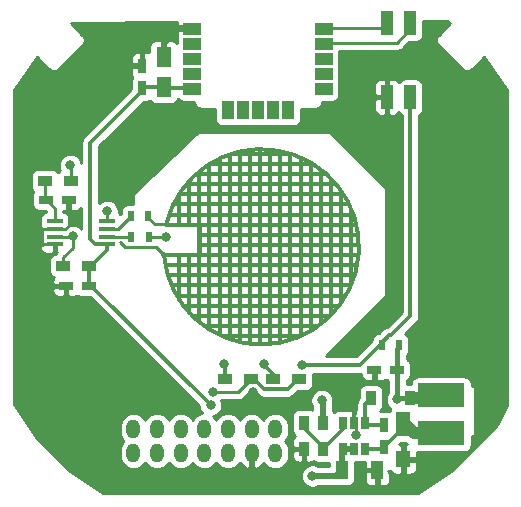
<source format=gtl>
G04 #@! TF.GenerationSoftware,KiCad,Pcbnew,5.0.0-rc2-be01b52~65~ubuntu16.04.1*
G04 #@! TF.CreationDate,2018-06-07T13:00:58+03:00*
G04 #@! TF.ProjectId,livolo_1_channel_1way_eu_switch,6C69766F6C6F5F315F6368616E6E656C,rev?*
G04 #@! TF.SameCoordinates,Original*
G04 #@! TF.FileFunction,Copper,L1,Top,Signal*
G04 #@! TF.FilePolarity,Positive*
%FSLAX46Y46*%
G04 Gerber Fmt 4.6, Leading zero omitted, Abs format (unit mm)*
G04 Created by KiCad (PCBNEW 5.0.0-rc2-be01b52~65~ubuntu16.04.1) date Thu Jun  7 13:00:58 2018*
%MOMM*%
%LPD*%
G01*
G04 APERTURE LIST*
G04 #@! TA.AperFunction,EtchedComponent*
%ADD10C,0.300000*%
G04 #@! TD*
G04 #@! TA.AperFunction,ComponentPad*
%ADD11C,0.600000*%
G04 #@! TD*
G04 #@! TA.AperFunction,SMDPad,CuDef*
%ADD12R,1.500000X1.000000*%
G04 #@! TD*
G04 #@! TA.AperFunction,SMDPad,CuDef*
%ADD13R,1.000000X1.500000*%
G04 #@! TD*
G04 #@! TA.AperFunction,ComponentPad*
%ADD14O,1.200000X1.600000*%
G04 #@! TD*
G04 #@! TA.AperFunction,SMDPad,CuDef*
%ADD15R,1.000000X2.000000*%
G04 #@! TD*
G04 #@! TA.AperFunction,SMDPad,CuDef*
%ADD16R,4.000000X2.000000*%
G04 #@! TD*
G04 #@! TA.AperFunction,SMDPad,CuDef*
%ADD17R,1.200000X2.000000*%
G04 #@! TD*
G04 #@! TA.AperFunction,SMDPad,CuDef*
%ADD18R,1.200000X1.400000*%
G04 #@! TD*
G04 #@! TA.AperFunction,SMDPad,CuDef*
%ADD19R,0.900000X1.200000*%
G04 #@! TD*
G04 #@! TA.AperFunction,SMDPad,CuDef*
%ADD20R,0.650000X1.060000*%
G04 #@! TD*
G04 #@! TA.AperFunction,SMDPad,CuDef*
%ADD21R,1.200000X0.750000*%
G04 #@! TD*
G04 #@! TA.AperFunction,SMDPad,CuDef*
%ADD22R,0.750000X1.200000*%
G04 #@! TD*
G04 #@! TA.AperFunction,SMDPad,CuDef*
%ADD23R,1.200000X0.900000*%
G04 #@! TD*
G04 #@! TA.AperFunction,SMDPad,CuDef*
%ADD24R,0.500000X0.900000*%
G04 #@! TD*
G04 #@! TA.AperFunction,SMDPad,CuDef*
%ADD25R,1.260000X1.750000*%
G04 #@! TD*
G04 #@! TA.AperFunction,SMDPad,CuDef*
%ADD26R,1.000000X1.600000*%
G04 #@! TD*
G04 #@! TA.AperFunction,SMDPad,CuDef*
%ADD27R,1.450000X0.450000*%
G04 #@! TD*
G04 #@! TA.AperFunction,Conductor*
%ADD28C,0.500000*%
G04 #@! TD*
G04 #@! TA.AperFunction,ViaPad*
%ADD29C,0.800000*%
G04 #@! TD*
G04 #@! TA.AperFunction,Conductor*
%ADD30C,0.350000*%
G04 #@! TD*
G04 #@! TA.AperFunction,Conductor*
%ADD31C,0.500000*%
G04 #@! TD*
G04 #@! TA.AperFunction,Conductor*
%ADD32C,0.250000*%
G04 #@! TD*
G04 #@! TA.AperFunction,Conductor*
%ADD33C,0.450000*%
G04 #@! TD*
G04 #@! TA.AperFunction,Conductor*
%ADD34C,1.000000*%
G04 #@! TD*
G04 #@! TA.AperFunction,Conductor*
%ADD35C,0.300000*%
G04 #@! TD*
G04 #@! TA.AperFunction,Conductor*
%ADD36C,0.254000*%
G04 #@! TD*
G04 APERTURE END LIST*
D10*
G04 #@! TO.C,U1*
X134230279Y-92792715D02*
G75*
G03X134428298Y-90167186I8241357J698663D01*
G01*
X134380381Y-93650747D02*
X150555474Y-93650747D01*
X150082330Y-95287774D02*
X150082330Y-88905448D01*
X138084694Y-99070550D02*
X138084694Y-85110009D01*
X145800250Y-99649410D02*
X139135522Y-99649410D01*
X137262524Y-91936056D02*
X150727534Y-91936056D01*
X134428044Y-90222715D02*
X150515071Y-90222715D01*
X138941714Y-84669292D02*
X138941714Y-99571710D01*
X137632925Y-98792255D02*
X147285128Y-98792255D01*
X144846584Y-84223479D02*
X139961162Y-84223479D01*
X135513244Y-92798514D02*
X135513244Y-96566518D01*
X134910716Y-95364138D02*
X150025142Y-95364138D01*
X142369789Y-83873725D02*
X142369789Y-100325661D01*
X143226817Y-100290307D02*
X143226817Y-83909120D01*
X146654206Y-99194292D02*
X146654206Y-84981386D01*
X150674579Y-91079085D02*
X137265342Y-91079085D01*
X139798742Y-99925292D02*
X139798742Y-84280257D01*
X150343339Y-94507796D02*
X134574859Y-94507796D01*
X147511290Y-85582363D02*
X147511290Y-98652521D01*
X136370116Y-90214338D02*
X136370116Y-86542842D01*
X149406698Y-87651625D02*
X135524279Y-87651625D01*
X148239705Y-97935171D02*
X136643138Y-97935171D01*
X136142967Y-86794619D02*
X148770391Y-86794619D01*
X138122900Y-85080542D02*
X146790231Y-85080542D01*
X147957071Y-85937549D02*
X136955993Y-85937549D01*
X144940179Y-99936771D02*
X144940179Y-84227486D01*
X149547896Y-96221109D02*
X135334999Y-96221109D01*
X135882987Y-97078157D02*
X149017515Y-97078157D01*
X150679257Y-92793048D02*
X134198202Y-92793048D01*
X150285300Y-89365730D02*
X134693329Y-89365730D01*
X135029288Y-88508688D02*
X149843405Y-88508688D01*
X137227631Y-85729563D02*
X137227631Y-98451840D01*
X144083802Y-84015327D02*
X144083802Y-100166562D01*
X148368303Y-97850812D02*
X148368303Y-86324926D01*
X141512797Y-100290327D02*
X141512797Y-83908800D01*
X140655770Y-84050401D02*
X140655770Y-100113539D01*
X145797122Y-84581031D02*
X145797122Y-99624739D01*
X149225388Y-87349958D02*
X149225388Y-96860892D01*
X135507093Y-87653967D02*
X135507093Y-90196367D01*
X136370116Y-97680513D02*
X136370116Y-92798780D01*
G04 #@! TD*
D11*
G04 #@! TO.P,U5,11*
G04 #@! TO.N,Net-(U5-Pad11)*
X147690000Y-78730000D03*
G04 #@! TO.P,U5,12*
G04 #@! TO.N,Net-(U5-Pad12)*
X147690000Y-77460000D03*
G04 #@! TO.P,U5,13*
G04 #@! TO.N,Net-(U5-Pad13)*
X147690000Y-76190000D03*
G04 #@! TO.P,U5,14*
G04 #@! TO.N,/SWDIO*
X147690000Y-74920000D03*
D12*
G04 #@! TO.P,U5,11*
G04 #@! TO.N,Net-(U5-Pad11)*
X147740000Y-78730000D03*
G04 #@! TO.P,U5,12*
G04 #@! TO.N,Net-(U5-Pad12)*
X147740000Y-77460000D03*
G04 #@! TO.P,U5,13*
G04 #@! TO.N,Net-(U5-Pad13)*
X147740000Y-76190000D03*
G04 #@! TO.P,U5,14*
G04 #@! TO.N,/SWDIO*
X147740000Y-74920000D03*
G04 #@! TO.P,U5,15*
G04 #@! TO.N,/SWCLK*
X147740000Y-73650000D03*
D11*
X147690000Y-73650000D03*
G04 #@! TO.P,U5,6*
G04 #@! TO.N,/Relay2_Reset*
X139660000Y-80600000D03*
G04 #@! TO.P,U5,7*
G04 #@! TO.N,/Relay1_Set*
X140930000Y-80600000D03*
G04 #@! TO.P,U5,8*
G04 #@! TO.N,/Relay2_Set*
X142200000Y-80600000D03*
G04 #@! TO.P,U5,9*
G04 #@! TO.N,/Relay1_Reset*
X143470000Y-80600000D03*
G04 #@! TO.P,U5,10*
G04 #@! TO.N,/S1_LEDs*
X144740000Y-80600000D03*
D13*
G04 #@! TO.P,U5,6*
G04 #@! TO.N,/Relay2_Reset*
X139660000Y-80550000D03*
G04 #@! TO.P,U5,7*
G04 #@! TO.N,/Relay1_Set*
X140930000Y-80550000D03*
G04 #@! TO.P,U5,8*
G04 #@! TO.N,/Relay2_Set*
X142200000Y-80550000D03*
G04 #@! TO.P,U5,9*
G04 #@! TO.N,/Relay1_Reset*
X143470000Y-80550000D03*
G04 #@! TO.P,U5,10*
G04 #@! TO.N,/S1_LEDs*
X144740000Y-80550000D03*
D11*
G04 #@! TO.P,U5,5*
G04 #@! TO.N,+3V3*
X136590000Y-78730000D03*
G04 #@! TO.P,U5,4*
G04 #@! TO.N,/MTPM*
X136590000Y-77460000D03*
G04 #@! TO.P,U5,3*
G04 #@! TO.N,/TS1*
X136590000Y-76190000D03*
G04 #@! TO.P,U5,2*
G04 #@! TO.N,/MTSA*
X136590000Y-74920000D03*
D12*
G04 #@! TO.P,U5,1*
G04 #@! TO.N,GND*
X136640000Y-73650000D03*
G04 #@! TO.P,U5,2*
G04 #@! TO.N,/MTSA*
X136640000Y-74920000D03*
G04 #@! TO.P,U5,3*
G04 #@! TO.N,/TS1*
X136640000Y-76190000D03*
G04 #@! TO.P,U5,4*
G04 #@! TO.N,/MTPM*
X136640000Y-77460000D03*
G04 #@! TO.P,U5,5*
G04 #@! TO.N,+3V3*
X136640000Y-78730000D03*
D11*
G04 #@! TO.P,U5,1*
G04 #@! TO.N,GND*
X136590000Y-73650000D03*
G04 #@! TD*
D14*
G04 #@! TO.P,P4,14*
G04 #@! TO.N,N/C*
X143650000Y-107550000D03*
G04 #@! TO.P,P4,13*
G04 #@! TO.N,Net-(J2-Pad2)*
X143650000Y-109550000D03*
G04 #@! TO.P,P4,12*
G04 #@! TO.N,N/C*
X141650000Y-107550000D03*
G04 #@! TO.P,P4,11*
G04 #@! TO.N,GND*
X141650000Y-109550000D03*
G04 #@! TO.P,P4,10*
G04 #@! TO.N,N/C*
X139650000Y-107550000D03*
G04 #@! TO.P,P4,9*
X139650000Y-109550000D03*
G04 #@! TO.P,P4,8*
X137650000Y-107550000D03*
G04 #@! TO.P,P4,7*
X137650000Y-109550000D03*
G04 #@! TO.P,P4,6*
G04 #@! TO.N,/Relay1_Reset*
X135650000Y-107550000D03*
G04 #@! TO.P,P4,5*
G04 #@! TO.N,/Relay2_Set*
X135650000Y-109550000D03*
G04 #@! TO.P,P4,4*
G04 #@! TO.N,/Relay1_Set*
X133650000Y-107550000D03*
G04 #@! TO.P,P4,3*
G04 #@! TO.N,/Relay2_Reset*
X133650000Y-109550000D03*
G04 #@! TO.P,P4,2*
G04 #@! TO.N,/12Vcc*
X131650000Y-107550000D03*
G04 #@! TO.P,P4,1*
G04 #@! TO.N,N/C*
X131650000Y-109550000D03*
G04 #@! TD*
D15*
G04 #@! TO.P,J1,4*
G04 #@! TO.N,GND*
X153100000Y-79425000D03*
G04 #@! TO.P,J1,3*
G04 #@! TO.N,/SWCLK*
X153100000Y-73175000D03*
G04 #@! TO.P,J1,2*
G04 #@! TO.N,+3V3*
X155100000Y-79425000D03*
G04 #@! TO.P,J1,1*
G04 #@! TO.N,/SWDIO*
X155100000Y-73175000D03*
G04 #@! TD*
D16*
G04 #@! TO.P,L2,1*
G04 #@! TO.N,Net-(C7-Pad1)*
X157700000Y-104650000D03*
G04 #@! TO.P,L2,2*
G04 #@! TO.N,Net-(C9-Pad2)*
X157700000Y-107900000D03*
G04 #@! TD*
D17*
G04 #@! TO.P,D2,1*
G04 #@! TO.N,Net-(C9-Pad2)*
X154500000Y-107100000D03*
D18*
G04 #@! TO.P,D2,2*
G04 #@! TO.N,GND*
X154500000Y-110100000D03*
G04 #@! TD*
D19*
G04 #@! TO.P,R2,2*
G04 #@! TO.N,Net-(R1-Pad1)*
X146100000Y-107000000D03*
G04 #@! TO.P,R2,1*
G04 #@! TO.N,GND*
X146100000Y-109200000D03*
G04 #@! TD*
D20*
G04 #@! TO.P,U2,5*
G04 #@! TO.N,/12Vcc*
X150300000Y-109200000D03*
G04 #@! TO.P,U2,6*
G04 #@! TO.N,Net-(C9-Pad2)*
X151250000Y-109200000D03*
G04 #@! TO.P,U2,4*
G04 #@! TO.N,/12Vcc*
X149350000Y-109200000D03*
G04 #@! TO.P,U2,3*
G04 #@! TO.N,Net-(R1-Pad1)*
X149350000Y-107000000D03*
G04 #@! TO.P,U2,2*
G04 #@! TO.N,GND*
X150300000Y-107000000D03*
G04 #@! TO.P,U2,1*
G04 #@! TO.N,Net-(C9-Pad1)*
X151250000Y-107000000D03*
G04 #@! TD*
D21*
G04 #@! TO.P,C7,1*
G04 #@! TO.N,Net-(C7-Pad1)*
X153950000Y-102500000D03*
G04 #@! TO.P,C7,2*
G04 #@! TO.N,GND*
X152050000Y-102500000D03*
G04 #@! TD*
D22*
G04 #@! TO.P,C9,2*
G04 #@! TO.N,Net-(C9-Pad2)*
X152900000Y-109050000D03*
G04 #@! TO.P,C9,1*
G04 #@! TO.N,Net-(C9-Pad1)*
X152900000Y-107150000D03*
G04 #@! TD*
D19*
G04 #@! TO.P,D1,2*
G04 #@! TO.N,Net-(C7-Pad1)*
X155050000Y-104900000D03*
G04 #@! TO.P,D1,1*
G04 #@! TO.N,Net-(C9-Pad1)*
X151750000Y-104900000D03*
G04 #@! TD*
G04 #@! TO.P,R1,1*
G04 #@! TO.N,Net-(R1-Pad1)*
X147700000Y-109200000D03*
G04 #@! TO.P,R1,2*
G04 #@! TO.N,Net-(C7-Pad1)*
X147700000Y-107000000D03*
G04 #@! TD*
D23*
G04 #@! TO.P,R5,1*
G04 #@! TO.N,Net-(D6-Pad2)*
X139400000Y-103300000D03*
G04 #@! TO.P,R5,2*
G04 #@! TO.N,/S1_LEDs*
X141600000Y-103300000D03*
G04 #@! TD*
G04 #@! TO.P,R6,2*
G04 #@! TO.N,/S1_LEDs*
X145700000Y-103300000D03*
G04 #@! TO.P,R6,1*
G04 #@! TO.N,Net-(D5-Pad1)*
X143500000Y-103300000D03*
G04 #@! TD*
D24*
G04 #@! TO.P,L1,2*
G04 #@! TO.N,+3V3*
X152650000Y-100400000D03*
G04 #@! TO.P,L1,1*
G04 #@! TO.N,Net-(C7-Pad1)*
X154150000Y-100400000D03*
G04 #@! TD*
D25*
G04 #@! TO.P,C1,2*
G04 #@! TO.N,GND*
X134200000Y-76025000D03*
G04 #@! TO.P,C1,1*
G04 #@! TO.N,+3V3*
X134200000Y-78575000D03*
G04 #@! TD*
D22*
G04 #@! TO.P,C2,2*
G04 #@! TO.N,+3V3*
X132400000Y-78650000D03*
G04 #@! TO.P,C2,1*
G04 #@! TO.N,GND*
X132400000Y-76750000D03*
G04 #@! TD*
D26*
G04 #@! TO.P,C10,2*
G04 #@! TO.N,GND*
X152300000Y-111000000D03*
G04 #@! TO.P,C10,1*
G04 #@! TO.N,/12Vcc*
X149300000Y-111000000D03*
G04 #@! TD*
D21*
G04 #@! TO.P,C3,1*
G04 #@! TO.N,GND*
X125950000Y-95400000D03*
G04 #@! TO.P,C3,2*
G04 #@! TO.N,+3V3*
X127850000Y-95400000D03*
G04 #@! TD*
G04 #@! TO.P,C4,2*
G04 #@! TO.N,GND*
X126150000Y-88100000D03*
G04 #@! TO.P,C4,1*
G04 #@! TO.N,Net-(C4-Pad1)*
X124250000Y-88100000D03*
G04 #@! TD*
D24*
G04 #@! TO.P,R3,1*
G04 #@! TO.N,Net-(R3-Pad1)*
X131400000Y-89500000D03*
G04 #@! TO.P,R3,2*
G04 #@! TO.N,Net-(R3-Pad2)*
X132900000Y-89500000D03*
G04 #@! TD*
G04 #@! TO.P,R4,2*
G04 #@! TO.N,Net-(R4-Pad2)*
X132950000Y-91300000D03*
G04 #@! TO.P,R4,1*
G04 #@! TO.N,Net-(R4-Pad1)*
X131450000Y-91300000D03*
G04 #@! TD*
D23*
G04 #@! TO.P,R7,2*
G04 #@! TO.N,+3V3*
X127900000Y-93700000D03*
G04 #@! TO.P,R7,1*
G04 #@! TO.N,/TS1*
X125700000Y-93700000D03*
G04 #@! TD*
G04 #@! TO.P,R8,1*
G04 #@! TO.N,/MTSA*
X126350000Y-86500000D03*
G04 #@! TO.P,R8,2*
G04 #@! TO.N,Net-(C4-Pad1)*
X124150000Y-86500000D03*
G04 #@! TD*
D27*
G04 #@! TO.P,U3,8*
G04 #@! TO.N,GND*
X125000000Y-91875000D03*
G04 #@! TO.P,U3,7*
G04 #@! TO.N,/TS1*
X125000000Y-91225000D03*
G04 #@! TO.P,U3,6*
G04 #@! TO.N,GND*
X125000000Y-90575000D03*
G04 #@! TO.P,U3,5*
G04 #@! TO.N,Net-(C4-Pad1)*
X125000000Y-89925000D03*
G04 #@! TO.P,U3,4*
G04 #@! TO.N,/MTPM*
X129400000Y-89925000D03*
G04 #@! TO.P,U3,3*
G04 #@! TO.N,Net-(R3-Pad1)*
X129400000Y-90575000D03*
G04 #@! TO.P,U3,2*
G04 #@! TO.N,Net-(R4-Pad1)*
X129400000Y-91225000D03*
G04 #@! TO.P,U3,1*
G04 #@! TO.N,+3V3*
X129400000Y-91875000D03*
G04 #@! TD*
D28*
G04 #@! TO.N,Net-(R3-Pad2)*
G04 #@! TO.C,U1*
X134516685Y-90184864D03*
X134251520Y-92818837D03*
G04 #@! TD*
D29*
G04 #@! TO.N,+3V3*
X145899999Y-102100000D03*
X138175000Y-105500000D03*
G04 #@! TO.N,GND*
X141810890Y-104424990D03*
X150462668Y-108019998D03*
X150750000Y-111000000D03*
G04 #@! TO.N,Net-(C7-Pad1)*
X147600000Y-105100000D03*
X154000000Y-105000000D03*
G04 #@! TO.N,/12Vcc*
X146800000Y-111500000D03*
G04 #@! TO.N,Net-(D5-Pad1)*
X142700050Y-102000000D03*
G04 #@! TO.N,Net-(D6-Pad2)*
X139300002Y-102000000D03*
G04 #@! TO.N,/TS1*
X126500000Y-91200000D03*
G04 #@! TO.N,/S1_LEDs*
X138400000Y-104400000D03*
G04 #@! TO.N,Net-(R4-Pad2)*
X134375010Y-91300000D03*
G04 #@! TO.N,/MTSA*
X126300000Y-85200000D03*
G04 #@! TO.N,/MTPM*
X129424949Y-89100000D03*
G04 #@! TD*
D30*
G04 #@! TO.N,+3V3*
X128000000Y-91450000D02*
X128425000Y-91875000D01*
X132400000Y-78875000D02*
X128000000Y-83275000D01*
X128000000Y-83275000D02*
X128000000Y-91450000D01*
X132400000Y-78650000D02*
X132400000Y-78875000D01*
X128425000Y-91875000D02*
X129400000Y-91875000D01*
X134200000Y-78575000D02*
X132475000Y-78575000D01*
X132475000Y-78575000D02*
X132400000Y-78650000D01*
X136570000Y-78630000D02*
X134255000Y-78630000D01*
X134255000Y-78630000D02*
X134200000Y-78575000D01*
X155100000Y-79425000D02*
X155100000Y-97950000D01*
X155100000Y-97950000D02*
X153450000Y-99600000D01*
X153450000Y-99600000D02*
X153250000Y-99600000D01*
X153250000Y-99600000D02*
X152650000Y-100200000D01*
X152650000Y-100200000D02*
X152650000Y-100400000D01*
X152650000Y-100400000D02*
X152500000Y-100400000D01*
X150800000Y-102100000D02*
X145899999Y-102100000D01*
X152500000Y-100400000D02*
X150800000Y-102100000D01*
X152800000Y-100250000D02*
X152650000Y-100400000D01*
X127850000Y-95400000D02*
X128075000Y-95400000D01*
X128075000Y-95400000D02*
X138175000Y-105500000D01*
X129400000Y-91875000D02*
X129400000Y-92350000D01*
X129400000Y-92350000D02*
X128050000Y-93700000D01*
X128050000Y-93700000D02*
X127900000Y-93700000D01*
X127900000Y-93700000D02*
X127900000Y-95350000D01*
X127900000Y-95350000D02*
X127850000Y-95400000D01*
G04 #@! TO.N,GND*
X136570000Y-73550000D02*
X136520000Y-73600000D01*
D31*
X135400000Y-73600000D02*
X134200000Y-74800000D01*
X136520000Y-73600000D02*
X135400000Y-73600000D01*
X134200000Y-74800000D02*
X134200000Y-76025000D01*
D32*
X126150000Y-88100000D02*
X126375000Y-88100000D01*
X150462668Y-108019998D02*
X150462668Y-107162668D01*
X150462668Y-107162668D02*
X150300000Y-107000000D01*
X152300000Y-111000000D02*
X150750000Y-111000000D01*
X124025000Y-91875000D02*
X125000000Y-91875000D01*
X125000000Y-90575000D02*
X124025000Y-90575000D01*
X124025000Y-90575000D02*
X123899999Y-90700001D01*
X123899999Y-90700001D02*
X123899999Y-91750001D01*
X123899999Y-91750001D02*
X124025000Y-91875000D01*
X126150000Y-88100000D02*
X126150000Y-90350000D01*
X126150000Y-90350000D02*
X125875001Y-90624999D01*
X125875001Y-90624999D02*
X125049999Y-90624999D01*
X125049999Y-90624999D02*
X125000000Y-90575000D01*
D33*
G04 #@! TO.N,Net-(C7-Pad1)*
X147600000Y-106900000D02*
X147600000Y-105100000D01*
X147700000Y-107000000D02*
X147700000Y-105200000D01*
X147700000Y-105200000D02*
X147600000Y-105100000D01*
X154100000Y-104900000D02*
X154000000Y-105000000D01*
X155050000Y-104900000D02*
X154100000Y-104900000D01*
X154000000Y-102650000D02*
X154250000Y-102400000D01*
X154000000Y-105000000D02*
X154000000Y-102650000D01*
X154250000Y-102400000D02*
X154000000Y-102150000D01*
X154000000Y-102150000D02*
X154000000Y-100750000D01*
D34*
X155050000Y-104900000D02*
X157450000Y-104900000D01*
D35*
G04 #@! TO.N,Net-(C9-Pad2)*
X151250000Y-109200000D02*
X152750000Y-109200000D01*
X152750000Y-109200000D02*
X152900000Y-109050000D01*
D34*
X157700000Y-107900000D02*
X155400000Y-107900000D01*
X155400000Y-107900000D02*
X154600000Y-107100000D01*
D35*
X154600000Y-107100000D02*
X154500000Y-107100000D01*
X152900000Y-109050000D02*
X154500000Y-107450000D01*
G04 #@! TO.N,Net-(C9-Pad1)*
X152900000Y-107150000D02*
X151400000Y-107150000D01*
X151400000Y-107150000D02*
X151250000Y-107000000D01*
X151250000Y-107000000D02*
X151250000Y-105400000D01*
X151250000Y-105400000D02*
X151750000Y-104900000D01*
D31*
G04 #@! TO.N,/12Vcc*
X146800000Y-111500000D02*
X148800000Y-111500000D01*
X148800000Y-111500000D02*
X149300000Y-111000000D01*
X150300000Y-109200000D02*
X149350000Y-109200000D01*
X149300000Y-111000000D02*
X149300000Y-109250000D01*
X149300000Y-109250000D02*
X149350000Y-109200000D01*
X131650000Y-107550000D02*
X131600000Y-107500000D01*
D35*
G04 #@! TO.N,Net-(D5-Pad1)*
X143500000Y-103300000D02*
X143500000Y-102900000D01*
X143500000Y-102900000D02*
X142700050Y-102100050D01*
X142700050Y-102100050D02*
X142700050Y-102000000D01*
X143350000Y-103300000D02*
X143500000Y-103300000D01*
G04 #@! TO.N,Net-(D6-Pad2)*
X139400000Y-102099998D02*
X139300002Y-102000000D01*
X139400000Y-103300000D02*
X139400000Y-102099998D01*
X139400000Y-103300000D02*
X139550000Y-103300000D01*
D32*
G04 #@! TO.N,/TS1*
X126500000Y-92200000D02*
X126500000Y-91200000D01*
X125700000Y-93000000D02*
X126500000Y-92200000D01*
X125700000Y-93700000D02*
X125700000Y-93000000D01*
X125000000Y-91225000D02*
X126475000Y-91225000D01*
X126475000Y-91225000D02*
X126500000Y-91200000D01*
G04 #@! TO.N,/S1_LEDs*
X138400000Y-104400000D02*
X140500000Y-104400000D01*
X140500000Y-104400000D02*
X141600000Y-103300000D01*
D35*
X145550000Y-103300000D02*
X145700000Y-103300000D01*
X141848037Y-103300000D02*
X142698038Y-104150001D01*
X141750000Y-103300000D02*
X141848037Y-103300000D01*
X144699999Y-104150001D02*
X145550000Y-103300000D01*
X142698038Y-104150001D02*
X144699999Y-104150001D01*
X145800000Y-103400000D02*
X145700000Y-103300000D01*
G04 #@! TO.N,Net-(R1-Pad1)*
X149350000Y-107000000D02*
X149350000Y-107550000D01*
X149350000Y-107550000D02*
X147700000Y-109200000D01*
X146100000Y-107000000D02*
X146100000Y-107450000D01*
X146100000Y-107450000D02*
X147700000Y-109050000D01*
X147700000Y-109050000D02*
X147700000Y-109200000D01*
D32*
G04 #@! TO.N,/SWCLK*
X147910000Y-73550000D02*
X152725000Y-73550000D01*
X152725000Y-73550000D02*
X153100000Y-73175000D01*
G04 #@! TO.N,/SWDIO*
X147910000Y-74820000D02*
X153955000Y-74820000D01*
X153955000Y-74820000D02*
X155100000Y-73675000D01*
X155100000Y-73675000D02*
X155100000Y-73175000D01*
G04 #@! TO.N,Net-(C4-Pad1)*
X125000000Y-89925000D02*
X125000000Y-88850000D01*
X125000000Y-88850000D02*
X124250000Y-88100000D01*
X124150000Y-86500000D02*
X124150000Y-88000000D01*
X124150000Y-88000000D02*
X124250000Y-88100000D01*
G04 #@! TO.N,Net-(R3-Pad1)*
X129400000Y-90575000D02*
X130325000Y-90575000D01*
X130325000Y-90575000D02*
X131400000Y-89500000D01*
G04 #@! TO.N,Net-(R3-Pad2)*
X130899999Y-92125001D02*
X130500008Y-91725010D01*
X133557684Y-92125001D02*
X130899999Y-92125001D01*
X134251520Y-92818837D02*
X133557684Y-92125001D01*
X132900000Y-89500000D02*
X132900000Y-89650000D01*
X132900000Y-89650000D02*
X133434864Y-90184864D01*
X133434864Y-90184864D02*
X134516685Y-90184864D01*
X137250000Y-92750000D02*
X137181163Y-92818837D01*
X137181163Y-92818837D02*
X134251520Y-92818837D01*
X137250000Y-90250000D02*
X137250000Y-92750000D01*
X137184864Y-90184864D02*
X137250000Y-90250000D01*
X134516685Y-90184864D02*
X137184864Y-90184864D01*
G04 #@! TO.N,Net-(R4-Pad2)*
X132950000Y-91300000D02*
X134375010Y-91300000D01*
G04 #@! TO.N,Net-(R4-Pad1)*
X131450000Y-91300000D02*
X131375000Y-91225000D01*
X131375000Y-91225000D02*
X129400000Y-91225000D01*
G04 #@! TO.N,/MTSA*
X126350000Y-86500000D02*
X126350000Y-85250000D01*
X126350000Y-85250000D02*
X126300000Y-85200000D01*
G04 #@! TO.N,/MTPM*
X129400000Y-89124949D02*
X129424949Y-89100000D01*
X129400000Y-89925000D02*
X129400000Y-89124949D01*
G04 #@! TD*
D36*
G04 #@! TO.N,GND*
G36*
X158468898Y-73144713D02*
X157478090Y-74137202D01*
X157454380Y-74156660D01*
X157434584Y-74180782D01*
X157434393Y-74180973D01*
X157414556Y-74205186D01*
X157376028Y-74252133D01*
X157375904Y-74252365D01*
X157375731Y-74252576D01*
X157346760Y-74306888D01*
X157317806Y-74361057D01*
X157317728Y-74361313D01*
X157317602Y-74361550D01*
X157299759Y-74420551D01*
X157281953Y-74479248D01*
X157281927Y-74479514D01*
X157281849Y-74479771D01*
X157275849Y-74541227D01*
X157269847Y-74602160D01*
X157269873Y-74602425D01*
X157269847Y-74602693D01*
X157275901Y-74663626D01*
X157281953Y-74725072D01*
X157282032Y-74725332D01*
X157282058Y-74725596D01*
X157299952Y-74784406D01*
X157317806Y-74843263D01*
X157317931Y-74843498D01*
X157318010Y-74843756D01*
X157347375Y-74898583D01*
X157376028Y-74952187D01*
X157376196Y-74952391D01*
X157376324Y-74952631D01*
X157415627Y-75000439D01*
X157434750Y-75023741D01*
X157434937Y-75023928D01*
X157454757Y-75048037D01*
X157478488Y-75067479D01*
X159433736Y-77022728D01*
X159453360Y-77046640D01*
X159477271Y-77066263D01*
X159477278Y-77066270D01*
X159548832Y-77124993D01*
X159657756Y-77183215D01*
X159775947Y-77219067D01*
X159898860Y-77231173D01*
X160021773Y-77219067D01*
X160139963Y-77183215D01*
X160248888Y-77124993D01*
X160344360Y-77046640D01*
X160363991Y-77022720D01*
X161319919Y-76066792D01*
X163272361Y-78801005D01*
X163272360Y-105453035D01*
X162394144Y-107219198D01*
X158501220Y-111115016D01*
X155708722Y-112974320D01*
X129090340Y-112974320D01*
X126299248Y-111115954D01*
X123426537Y-108210306D01*
X121526700Y-105407827D01*
X121526700Y-95642250D01*
X124773000Y-95642250D01*
X124773000Y-95831829D01*
X124795174Y-95943304D01*
X124838669Y-96048312D01*
X124901815Y-96142816D01*
X124982184Y-96223185D01*
X125076688Y-96286331D01*
X125181695Y-96329826D01*
X125293170Y-96352000D01*
X125707750Y-96352000D01*
X125852000Y-96207750D01*
X125852000Y-95498000D01*
X124917250Y-95498000D01*
X124773000Y-95642250D01*
X121526700Y-95642250D01*
X121526700Y-78801002D01*
X123479141Y-76066792D01*
X124435072Y-77022723D01*
X124454700Y-77046640D01*
X124478617Y-77066268D01*
X124478619Y-77066270D01*
X124550172Y-77124993D01*
X124659096Y-77183215D01*
X124777287Y-77219067D01*
X124900200Y-77231173D01*
X125023113Y-77219067D01*
X125141303Y-77183215D01*
X125250228Y-77124993D01*
X125345700Y-77046640D01*
X125365330Y-77022721D01*
X126294881Y-76093170D01*
X131448000Y-76093170D01*
X131448000Y-76507750D01*
X131592250Y-76652000D01*
X132302000Y-76652000D01*
X132302000Y-75717250D01*
X132157750Y-75573000D01*
X131968171Y-75573000D01*
X131856696Y-75595174D01*
X131751688Y-75638669D01*
X131657184Y-75701815D01*
X131576815Y-75782184D01*
X131513669Y-75876688D01*
X131470174Y-75981695D01*
X131448000Y-76093170D01*
X126294881Y-76093170D01*
X127320578Y-75067474D01*
X127344303Y-75048037D01*
X127364118Y-75023934D01*
X127364310Y-75023742D01*
X127384099Y-74999629D01*
X127422736Y-74952631D01*
X127422861Y-74952398D01*
X127423033Y-74952188D01*
X127452442Y-74897169D01*
X127481050Y-74843756D01*
X127481127Y-74843504D01*
X127481255Y-74843264D01*
X127499424Y-74783368D01*
X127517002Y-74725595D01*
X127517028Y-74725333D01*
X127517107Y-74725073D01*
X127523170Y-74663512D01*
X127529213Y-74602693D01*
X127529187Y-74602425D01*
X127529213Y-74602160D01*
X127523153Y-74540636D01*
X127517210Y-74479770D01*
X127517134Y-74479518D01*
X127517107Y-74479247D01*
X127499025Y-74419637D01*
X127481458Y-74361549D01*
X127481333Y-74361315D01*
X127481255Y-74361057D01*
X127452205Y-74306709D01*
X127423329Y-74252575D01*
X127423159Y-74252367D01*
X127423033Y-74252132D01*
X127384444Y-74205111D01*
X127364667Y-74180972D01*
X127364474Y-74180779D01*
X127344680Y-74156660D01*
X127320972Y-74137203D01*
X126330225Y-73144778D01*
X126375168Y-73107520D01*
X135319029Y-73062860D01*
X135313000Y-73093171D01*
X135313000Y-73407750D01*
X135457250Y-73552000D01*
X135715253Y-73552000D01*
X135711051Y-73713542D01*
X135716978Y-73748000D01*
X135457250Y-73748000D01*
X135313000Y-73892250D01*
X135313000Y-74206829D01*
X135328328Y-74283886D01*
X135321350Y-74306888D01*
X135310209Y-74420000D01*
X135310209Y-74830111D01*
X135278185Y-74782184D01*
X135197816Y-74701815D01*
X135103312Y-74638669D01*
X134998304Y-74595174D01*
X134886829Y-74573000D01*
X134442250Y-74573000D01*
X134298000Y-74717250D01*
X134298000Y-75927000D01*
X134318000Y-75927000D01*
X134318000Y-76123000D01*
X134298000Y-76123000D01*
X134298000Y-76143000D01*
X134102000Y-76143000D01*
X134102000Y-76123000D01*
X134082000Y-76123000D01*
X134082000Y-75927000D01*
X134102000Y-75927000D01*
X134102000Y-74717250D01*
X133957750Y-74573000D01*
X133513171Y-74573000D01*
X133401696Y-74595174D01*
X133296688Y-74638669D01*
X133202184Y-74701815D01*
X133121815Y-74782184D01*
X133058669Y-74876688D01*
X133015174Y-74981695D01*
X132993000Y-75093170D01*
X132993000Y-75615758D01*
X132943304Y-75595174D01*
X132831829Y-75573000D01*
X132642250Y-75573000D01*
X132498000Y-75717250D01*
X132498000Y-76652000D01*
X132518000Y-76652000D01*
X132518000Y-76848000D01*
X132498000Y-76848000D01*
X132498000Y-76868000D01*
X132302000Y-76868000D01*
X132302000Y-76848000D01*
X131592250Y-76848000D01*
X131448000Y-76992250D01*
X131448000Y-77406830D01*
X131470174Y-77518305D01*
X131513669Y-77623312D01*
X131565312Y-77700601D01*
X131542921Y-77727885D01*
X131489343Y-77828124D01*
X131456350Y-77936888D01*
X131445209Y-78050000D01*
X131445209Y-78766303D01*
X127494379Y-82717133D01*
X127465683Y-82740683D01*
X127412583Y-82805386D01*
X127371710Y-82855190D01*
X127301883Y-82985830D01*
X127301882Y-82985831D01*
X127258881Y-83127583D01*
X127248204Y-83235995D01*
X127244362Y-83275000D01*
X127248000Y-83311936D01*
X127248000Y-84957984D01*
X127239454Y-84915020D01*
X127165806Y-84737217D01*
X127058885Y-84577199D01*
X126922801Y-84441115D01*
X126762783Y-84334194D01*
X126584980Y-84260546D01*
X126396226Y-84223000D01*
X126203774Y-84223000D01*
X126015020Y-84260546D01*
X125837217Y-84334194D01*
X125677199Y-84441115D01*
X125541115Y-84577199D01*
X125434194Y-84737217D01*
X125360546Y-84915020D01*
X125323000Y-85103774D01*
X125323000Y-85296226D01*
X125360546Y-85484980D01*
X125403269Y-85588123D01*
X125340026Y-85640026D01*
X125267921Y-85727885D01*
X125250000Y-85761413D01*
X125232079Y-85727885D01*
X125159974Y-85640026D01*
X125072115Y-85567921D01*
X124971876Y-85514343D01*
X124863112Y-85481350D01*
X124750000Y-85470209D01*
X123550000Y-85470209D01*
X123436888Y-85481350D01*
X123328124Y-85514343D01*
X123227885Y-85567921D01*
X123140026Y-85640026D01*
X123067921Y-85727885D01*
X123014343Y-85828124D01*
X122981350Y-85936888D01*
X122970209Y-86050000D01*
X122970209Y-86950000D01*
X122981350Y-87063112D01*
X123014343Y-87171876D01*
X123067921Y-87272115D01*
X123140026Y-87359974D01*
X123177738Y-87390924D01*
X123167921Y-87402885D01*
X123114343Y-87503124D01*
X123081350Y-87611888D01*
X123070209Y-87725000D01*
X123070209Y-88475000D01*
X123081350Y-88588112D01*
X123114343Y-88696876D01*
X123167921Y-88797115D01*
X123240026Y-88884974D01*
X123327885Y-88957079D01*
X123428124Y-89010657D01*
X123536888Y-89043650D01*
X123650000Y-89054791D01*
X124212013Y-89054791D01*
X124277431Y-89120209D01*
X124275000Y-89120209D01*
X124161888Y-89131350D01*
X124053124Y-89164343D01*
X123952885Y-89217921D01*
X123865026Y-89290026D01*
X123792921Y-89377885D01*
X123739343Y-89478124D01*
X123706350Y-89586888D01*
X123695209Y-89700000D01*
X123695209Y-90150000D01*
X123705565Y-90255140D01*
X123698000Y-90293171D01*
X123698000Y-90332750D01*
X123741889Y-90376639D01*
X123792921Y-90472115D01*
X123865026Y-90559974D01*
X123883335Y-90575000D01*
X123865026Y-90590026D01*
X123792921Y-90677885D01*
X123741889Y-90773361D01*
X123698000Y-90817250D01*
X123698000Y-90856829D01*
X123705565Y-90894860D01*
X123695209Y-91000000D01*
X123695209Y-91450000D01*
X123705565Y-91555140D01*
X123698000Y-91593171D01*
X123698000Y-91632750D01*
X123741889Y-91676639D01*
X123792921Y-91772115D01*
X123865026Y-91859974D01*
X123952885Y-91932079D01*
X124029444Y-91973000D01*
X123842250Y-91973000D01*
X123698000Y-92117250D01*
X123698000Y-92156829D01*
X123720174Y-92268304D01*
X123763669Y-92373312D01*
X123826815Y-92467816D01*
X123907184Y-92548185D01*
X124001688Y-92611331D01*
X124106695Y-92654826D01*
X124218170Y-92677000D01*
X124757750Y-92677000D01*
X124902000Y-92532750D01*
X124902000Y-92029791D01*
X125098000Y-92029791D01*
X125098000Y-92532750D01*
X125140471Y-92575221D01*
X125113485Y-92608104D01*
X125079194Y-92672258D01*
X124986888Y-92681350D01*
X124878124Y-92714343D01*
X124777885Y-92767921D01*
X124690026Y-92840026D01*
X124617921Y-92927885D01*
X124564343Y-93028124D01*
X124531350Y-93136888D01*
X124520209Y-93250000D01*
X124520209Y-94150000D01*
X124531350Y-94263112D01*
X124564343Y-94371876D01*
X124617921Y-94472115D01*
X124690026Y-94559974D01*
X124777885Y-94632079D01*
X124878124Y-94685657D01*
X124882003Y-94686834D01*
X124838669Y-94751688D01*
X124795174Y-94856696D01*
X124773000Y-94968171D01*
X124773000Y-95157750D01*
X124917250Y-95302000D01*
X125852000Y-95302000D01*
X125852000Y-95282000D01*
X126048000Y-95282000D01*
X126048000Y-95302000D01*
X126068000Y-95302000D01*
X126068000Y-95498000D01*
X126048000Y-95498000D01*
X126048000Y-96207750D01*
X126192250Y-96352000D01*
X126606830Y-96352000D01*
X126718305Y-96329826D01*
X126823312Y-96286331D01*
X126900601Y-96234688D01*
X126927885Y-96257079D01*
X127028124Y-96310657D01*
X127136888Y-96343650D01*
X127250000Y-96354791D01*
X127966303Y-96354791D01*
X137198000Y-105586489D01*
X137198000Y-105596226D01*
X137235546Y-105784980D01*
X137309194Y-105962783D01*
X137416115Y-106122801D01*
X137477600Y-106184286D01*
X137419268Y-106190031D01*
X137197403Y-106257333D01*
X136992930Y-106366626D01*
X136813709Y-106513709D01*
X136666626Y-106692931D01*
X136650000Y-106724036D01*
X136633374Y-106692930D01*
X136486291Y-106513709D01*
X136307069Y-106366626D01*
X136102596Y-106257333D01*
X135880731Y-106190031D01*
X135650000Y-106167306D01*
X135419268Y-106190031D01*
X135197403Y-106257333D01*
X134992930Y-106366626D01*
X134813709Y-106513709D01*
X134666626Y-106692931D01*
X134650000Y-106724036D01*
X134633374Y-106692930D01*
X134486291Y-106513709D01*
X134307069Y-106366626D01*
X134102596Y-106257333D01*
X133880731Y-106190031D01*
X133650000Y-106167306D01*
X133419268Y-106190031D01*
X133197403Y-106257333D01*
X132992930Y-106366626D01*
X132813709Y-106513709D01*
X132666626Y-106692931D01*
X132650000Y-106724036D01*
X132633374Y-106692930D01*
X132486291Y-106513709D01*
X132307069Y-106366626D01*
X132102596Y-106257333D01*
X131880731Y-106190031D01*
X131650000Y-106167306D01*
X131419268Y-106190031D01*
X131197403Y-106257333D01*
X130992930Y-106366626D01*
X130813709Y-106513709D01*
X130666626Y-106692931D01*
X130557333Y-106897404D01*
X130490031Y-107119269D01*
X130473000Y-107292189D01*
X130473000Y-107807812D01*
X130490031Y-107980732D01*
X130557333Y-108202597D01*
X130666627Y-108407070D01*
X130783926Y-108549999D01*
X130666626Y-108692931D01*
X130557333Y-108897404D01*
X130490031Y-109119269D01*
X130473000Y-109292189D01*
X130473000Y-109807812D01*
X130490031Y-109980732D01*
X130557333Y-110202597D01*
X130666627Y-110407070D01*
X130813710Y-110586291D01*
X130992931Y-110733374D01*
X131197404Y-110842667D01*
X131419269Y-110909969D01*
X131650000Y-110932694D01*
X131880732Y-110909969D01*
X132102597Y-110842667D01*
X132307070Y-110733374D01*
X132486291Y-110586291D01*
X132633374Y-110407070D01*
X132650000Y-110375964D01*
X132666627Y-110407070D01*
X132813710Y-110586291D01*
X132992931Y-110733374D01*
X133197404Y-110842667D01*
X133419269Y-110909969D01*
X133650000Y-110932694D01*
X133880732Y-110909969D01*
X134102597Y-110842667D01*
X134307070Y-110733374D01*
X134486291Y-110586291D01*
X134633374Y-110407070D01*
X134650000Y-110375964D01*
X134666627Y-110407070D01*
X134813710Y-110586291D01*
X134992931Y-110733374D01*
X135197404Y-110842667D01*
X135419269Y-110909969D01*
X135650000Y-110932694D01*
X135880732Y-110909969D01*
X136102597Y-110842667D01*
X136307070Y-110733374D01*
X136486291Y-110586291D01*
X136633374Y-110407070D01*
X136650000Y-110375964D01*
X136666627Y-110407070D01*
X136813710Y-110586291D01*
X136992931Y-110733374D01*
X137197404Y-110842667D01*
X137419269Y-110909969D01*
X137650000Y-110932694D01*
X137880732Y-110909969D01*
X138102597Y-110842667D01*
X138307070Y-110733374D01*
X138486291Y-110586291D01*
X138633374Y-110407070D01*
X138650000Y-110375964D01*
X138666627Y-110407070D01*
X138813710Y-110586291D01*
X138992931Y-110733374D01*
X139197404Y-110842667D01*
X139419269Y-110909969D01*
X139650000Y-110932694D01*
X139880732Y-110909969D01*
X140102597Y-110842667D01*
X140307070Y-110733374D01*
X140486291Y-110586291D01*
X140633374Y-110407070D01*
X140652289Y-110371682D01*
X140725806Y-110485390D01*
X140887032Y-110651561D01*
X141077578Y-110783085D01*
X141290122Y-110874909D01*
X141369723Y-110893142D01*
X141552000Y-110778090D01*
X141552000Y-109648000D01*
X141532000Y-109648000D01*
X141532000Y-109452000D01*
X141552000Y-109452000D01*
X141552000Y-109432000D01*
X141748000Y-109432000D01*
X141748000Y-109452000D01*
X141768000Y-109452000D01*
X141768000Y-109648000D01*
X141748000Y-109648000D01*
X141748000Y-110778090D01*
X141930277Y-110893142D01*
X142009878Y-110874909D01*
X142222422Y-110783085D01*
X142412968Y-110651561D01*
X142574194Y-110485390D01*
X142647711Y-110371682D01*
X142666627Y-110407070D01*
X142813710Y-110586291D01*
X142992931Y-110733374D01*
X143197404Y-110842667D01*
X143419269Y-110909969D01*
X143650000Y-110932694D01*
X143880732Y-110909969D01*
X144102597Y-110842667D01*
X144307070Y-110733374D01*
X144486291Y-110586291D01*
X144633374Y-110407070D01*
X144742667Y-110202596D01*
X144809969Y-109980731D01*
X144827000Y-109807811D01*
X144827000Y-109442250D01*
X145073000Y-109442250D01*
X145073000Y-109856830D01*
X145095174Y-109968305D01*
X145138669Y-110073312D01*
X145201815Y-110167816D01*
X145282184Y-110248185D01*
X145376688Y-110311331D01*
X145481696Y-110354826D01*
X145593171Y-110377000D01*
X145857750Y-110377000D01*
X146002000Y-110232750D01*
X146002000Y-109298000D01*
X145217250Y-109298000D01*
X145073000Y-109442250D01*
X144827000Y-109442250D01*
X144827000Y-109292188D01*
X144809969Y-109119268D01*
X144742667Y-108897403D01*
X144633374Y-108692930D01*
X144516074Y-108550000D01*
X144633374Y-108407070D01*
X144742667Y-108202596D01*
X144809969Y-107980731D01*
X144827000Y-107807811D01*
X144827000Y-107292188D01*
X144809969Y-107119268D01*
X144742667Y-106897403D01*
X144633374Y-106692930D01*
X144486291Y-106513709D01*
X144307069Y-106366626D01*
X144102596Y-106257333D01*
X143880731Y-106190031D01*
X143650000Y-106167306D01*
X143419268Y-106190031D01*
X143197403Y-106257333D01*
X142992930Y-106366626D01*
X142813709Y-106513709D01*
X142666626Y-106692931D01*
X142650000Y-106724036D01*
X142633374Y-106692930D01*
X142486291Y-106513709D01*
X142307069Y-106366626D01*
X142102596Y-106257333D01*
X141880731Y-106190031D01*
X141650000Y-106167306D01*
X141419268Y-106190031D01*
X141197403Y-106257333D01*
X140992930Y-106366626D01*
X140813709Y-106513709D01*
X140666626Y-106692931D01*
X140650000Y-106724036D01*
X140633374Y-106692930D01*
X140486291Y-106513709D01*
X140307069Y-106366626D01*
X140102596Y-106257333D01*
X139880731Y-106190031D01*
X139650000Y-106167306D01*
X139419268Y-106190031D01*
X139197403Y-106257333D01*
X138992930Y-106366626D01*
X138813709Y-106513709D01*
X138666626Y-106692931D01*
X138650000Y-106724036D01*
X138633374Y-106692930D01*
X138486291Y-106513709D01*
X138408330Y-106449728D01*
X138459980Y-106439454D01*
X138637783Y-106365806D01*
X138797801Y-106258885D01*
X138933885Y-106122801D01*
X139040806Y-105962783D01*
X139114454Y-105784980D01*
X139152000Y-105596226D01*
X139152000Y-105403774D01*
X139114454Y-105215020D01*
X139071168Y-105110518D01*
X139079686Y-105102000D01*
X140465530Y-105102000D01*
X140500000Y-105105395D01*
X140534470Y-105102000D01*
X140534480Y-105102000D01*
X140637616Y-105091842D01*
X140769943Y-105051701D01*
X140891897Y-104986515D01*
X140998790Y-104898790D01*
X141020771Y-104872006D01*
X141562987Y-104329791D01*
X141849695Y-104329791D01*
X142158721Y-104638818D01*
X142181484Y-104666555D01*
X142292185Y-104757404D01*
X142399976Y-104815020D01*
X142418481Y-104824911D01*
X142555520Y-104866481D01*
X142698038Y-104880518D01*
X142733746Y-104877001D01*
X144664291Y-104877001D01*
X144699999Y-104880518D01*
X144842516Y-104866481D01*
X144854707Y-104862783D01*
X144979556Y-104824911D01*
X145105852Y-104757404D01*
X145216553Y-104666555D01*
X145239324Y-104638808D01*
X145548342Y-104329791D01*
X146300000Y-104329791D01*
X146413112Y-104318650D01*
X146521876Y-104285657D01*
X146622115Y-104232079D01*
X146709974Y-104159974D01*
X146782079Y-104072115D01*
X146835657Y-103971876D01*
X146868650Y-103863112D01*
X146879791Y-103750000D01*
X146879791Y-102852000D01*
X150763065Y-102852000D01*
X150800000Y-102855638D01*
X150836935Y-102852000D01*
X150836938Y-102852000D01*
X150873000Y-102848448D01*
X150873000Y-102931829D01*
X150895174Y-103043304D01*
X150938669Y-103148312D01*
X151001815Y-103242816D01*
X151082184Y-103323185D01*
X151176688Y-103386331D01*
X151281695Y-103429826D01*
X151393170Y-103452000D01*
X151807750Y-103452000D01*
X151952000Y-103307750D01*
X151952000Y-102598000D01*
X151932000Y-102598000D01*
X151932000Y-102402000D01*
X151952000Y-102402000D01*
X151952000Y-102382000D01*
X152148000Y-102382000D01*
X152148000Y-102402000D01*
X152168000Y-102402000D01*
X152168000Y-102598000D01*
X152148000Y-102598000D01*
X152148000Y-103307750D01*
X152292250Y-103452000D01*
X152706830Y-103452000D01*
X152818305Y-103429826D01*
X152923312Y-103386331D01*
X153000601Y-103334688D01*
X153027885Y-103357079D01*
X153128124Y-103410657D01*
X153198001Y-103431854D01*
X153198000Y-104441725D01*
X153134194Y-104537217D01*
X153060546Y-104715020D01*
X153023000Y-104903774D01*
X153023000Y-105096226D01*
X153060546Y-105284980D01*
X153134194Y-105462783D01*
X153241115Y-105622801D01*
X153373000Y-105754686D01*
X153373000Y-105861928D01*
X153364343Y-105878124D01*
X153334628Y-105976082D01*
X153275000Y-105970209D01*
X152536578Y-105970209D01*
X152609974Y-105909974D01*
X152682079Y-105822115D01*
X152735657Y-105721876D01*
X152768650Y-105613112D01*
X152779791Y-105500000D01*
X152779791Y-104300000D01*
X152768650Y-104186888D01*
X152735657Y-104078124D01*
X152682079Y-103977885D01*
X152609974Y-103890026D01*
X152522115Y-103817921D01*
X152421876Y-103764343D01*
X152313112Y-103731350D01*
X152200000Y-103720209D01*
X151300000Y-103720209D01*
X151186888Y-103731350D01*
X151078124Y-103764343D01*
X150977885Y-103817921D01*
X150890026Y-103890026D01*
X150817921Y-103977885D01*
X150764343Y-104078124D01*
X150731350Y-104186888D01*
X150720209Y-104300000D01*
X150720209Y-104899577D01*
X150684753Y-104942781D01*
X150642598Y-104994147D01*
X150575090Y-105120444D01*
X150533520Y-105257483D01*
X150519483Y-105400000D01*
X150523001Y-105435718D01*
X150523001Y-105912249D01*
X150398000Y-106037250D01*
X150398000Y-106231928D01*
X150389343Y-106248124D01*
X150356350Y-106356888D01*
X150345209Y-106470000D01*
X150345209Y-107118000D01*
X150254791Y-107118000D01*
X150254791Y-106470000D01*
X150243650Y-106356888D01*
X150210657Y-106248124D01*
X150202000Y-106231928D01*
X150202000Y-106037250D01*
X150057750Y-105893000D01*
X149918171Y-105893000D01*
X149822996Y-105911932D01*
X149788112Y-105901350D01*
X149675000Y-105890209D01*
X149025000Y-105890209D01*
X148911888Y-105901350D01*
X148803124Y-105934343D01*
X148702885Y-105987921D01*
X148616458Y-106058851D01*
X148559974Y-105990026D01*
X148502000Y-105942447D01*
X148502000Y-105475402D01*
X148539454Y-105384980D01*
X148577000Y-105196226D01*
X148577000Y-105003774D01*
X148539454Y-104815020D01*
X148465806Y-104637217D01*
X148358885Y-104477199D01*
X148222801Y-104341115D01*
X148062783Y-104234194D01*
X147884980Y-104160546D01*
X147696226Y-104123000D01*
X147503774Y-104123000D01*
X147315020Y-104160546D01*
X147137217Y-104234194D01*
X146977199Y-104341115D01*
X146841115Y-104477199D01*
X146734194Y-104637217D01*
X146660546Y-104815020D01*
X146623000Y-105003774D01*
X146623000Y-105196226D01*
X146660546Y-105384980D01*
X146734194Y-105562783D01*
X146798001Y-105658276D01*
X146798001Y-105878307D01*
X146771876Y-105864343D01*
X146663112Y-105831350D01*
X146550000Y-105820209D01*
X145650000Y-105820209D01*
X145536888Y-105831350D01*
X145428124Y-105864343D01*
X145327885Y-105917921D01*
X145240026Y-105990026D01*
X145167921Y-106077885D01*
X145114343Y-106178124D01*
X145081350Y-106286888D01*
X145070209Y-106400000D01*
X145070209Y-107600000D01*
X145081350Y-107713112D01*
X145114343Y-107821876D01*
X145167921Y-107922115D01*
X145240026Y-108009974D01*
X145327885Y-108082079D01*
X145360478Y-108099500D01*
X145282184Y-108151815D01*
X145201815Y-108232184D01*
X145138669Y-108326688D01*
X145095174Y-108431695D01*
X145073000Y-108543170D01*
X145073000Y-108957750D01*
X145217250Y-109102000D01*
X146002000Y-109102000D01*
X146002000Y-109082000D01*
X146198000Y-109082000D01*
X146198000Y-109102000D01*
X146218000Y-109102000D01*
X146218000Y-109298000D01*
X146198000Y-109298000D01*
X146198000Y-110232750D01*
X146342250Y-110377000D01*
X146606829Y-110377000D01*
X146718304Y-110354826D01*
X146823312Y-110311331D01*
X146900601Y-110259688D01*
X146927885Y-110282079D01*
X147028124Y-110335657D01*
X147136888Y-110368650D01*
X147250000Y-110379791D01*
X148150000Y-110379791D01*
X148220209Y-110372876D01*
X148220209Y-110673000D01*
X147320860Y-110673000D01*
X147262783Y-110634194D01*
X147084980Y-110560546D01*
X146896226Y-110523000D01*
X146703774Y-110523000D01*
X146515020Y-110560546D01*
X146337217Y-110634194D01*
X146177199Y-110741115D01*
X146041115Y-110877199D01*
X145934194Y-111037217D01*
X145860546Y-111215020D01*
X145823000Y-111403774D01*
X145823000Y-111596226D01*
X145860546Y-111784980D01*
X145934194Y-111962783D01*
X146041115Y-112122801D01*
X146177199Y-112258885D01*
X146337217Y-112365806D01*
X146515020Y-112439454D01*
X146703774Y-112477000D01*
X146896226Y-112477000D01*
X147084980Y-112439454D01*
X147262783Y-112365806D01*
X147320860Y-112327000D01*
X148561928Y-112327000D01*
X148578124Y-112335657D01*
X148686888Y-112368650D01*
X148800000Y-112379791D01*
X149800000Y-112379791D01*
X149913112Y-112368650D01*
X150021876Y-112335657D01*
X150122115Y-112282079D01*
X150209974Y-112209974D01*
X150282079Y-112122115D01*
X150335657Y-112021876D01*
X150368650Y-111913112D01*
X150379791Y-111800000D01*
X150379791Y-111242250D01*
X151223000Y-111242250D01*
X151223000Y-111856829D01*
X151245174Y-111968304D01*
X151288669Y-112073312D01*
X151351815Y-112167816D01*
X151432184Y-112248185D01*
X151526688Y-112311331D01*
X151631695Y-112354826D01*
X151743170Y-112377000D01*
X152057750Y-112377000D01*
X152202000Y-112232750D01*
X152202000Y-111098000D01*
X151367250Y-111098000D01*
X151223000Y-111242250D01*
X150379791Y-111242250D01*
X150379791Y-110309791D01*
X150625000Y-110309791D01*
X150738112Y-110298650D01*
X150775000Y-110287460D01*
X150811888Y-110298650D01*
X150925000Y-110309791D01*
X151223000Y-110309791D01*
X151223000Y-110757750D01*
X151367250Y-110902000D01*
X152202000Y-110902000D01*
X152202000Y-110882000D01*
X152398000Y-110882000D01*
X152398000Y-110902000D01*
X152418000Y-110902000D01*
X152418000Y-111098000D01*
X152398000Y-111098000D01*
X152398000Y-112232750D01*
X152542250Y-112377000D01*
X152856830Y-112377000D01*
X152968305Y-112354826D01*
X153073312Y-112311331D01*
X153167816Y-112248185D01*
X153248185Y-112167816D01*
X153311331Y-112073312D01*
X153354826Y-111968304D01*
X153377000Y-111856829D01*
X153377000Y-111242250D01*
X153232752Y-111098002D01*
X153377000Y-111098002D01*
X153377000Y-111045140D01*
X153388669Y-111073312D01*
X153451815Y-111167816D01*
X153532184Y-111248185D01*
X153626688Y-111311331D01*
X153731696Y-111354826D01*
X153843171Y-111377000D01*
X154257750Y-111377000D01*
X154402000Y-111232750D01*
X154402000Y-110198000D01*
X154598000Y-110198000D01*
X154598000Y-111232750D01*
X154742250Y-111377000D01*
X155156829Y-111377000D01*
X155268304Y-111354826D01*
X155373312Y-111311331D01*
X155467816Y-111248185D01*
X155548185Y-111167816D01*
X155611331Y-111073312D01*
X155654826Y-110968305D01*
X155677000Y-110856830D01*
X155677000Y-110342250D01*
X155532750Y-110198000D01*
X154598000Y-110198000D01*
X154402000Y-110198000D01*
X154382000Y-110198000D01*
X154382000Y-110002000D01*
X154402000Y-110002000D01*
X154402000Y-108967250D01*
X154257750Y-108823000D01*
X154155133Y-108823000D01*
X154298342Y-108679791D01*
X154652493Y-108679791D01*
X154675858Y-108698966D01*
X154798755Y-108799826D01*
X154842111Y-108823000D01*
X154742250Y-108823000D01*
X154598000Y-108967250D01*
X154598000Y-110002000D01*
X155532750Y-110002000D01*
X155677000Y-109857750D01*
X155677000Y-109477526D01*
X155700000Y-109479791D01*
X159700000Y-109479791D01*
X159813112Y-109468650D01*
X159921876Y-109435657D01*
X160022115Y-109382079D01*
X160109974Y-109309974D01*
X160182079Y-109222115D01*
X160235657Y-109121876D01*
X160268650Y-109013112D01*
X160279791Y-108900000D01*
X160279791Y-108127000D01*
X160400000Y-108127000D01*
X160448601Y-108117333D01*
X160489803Y-108089803D01*
X160517333Y-108048601D01*
X160527000Y-108000000D01*
X160527000Y-104000000D01*
X160517333Y-103951399D01*
X160489803Y-103910197D01*
X160448601Y-103882667D01*
X160400000Y-103873000D01*
X160279791Y-103873000D01*
X160279791Y-103650000D01*
X160268650Y-103536888D01*
X160235657Y-103428124D01*
X160182079Y-103327885D01*
X160109974Y-103240026D01*
X160022115Y-103167921D01*
X159921876Y-103114343D01*
X159813112Y-103081350D01*
X159700000Y-103070209D01*
X155700000Y-103070209D01*
X155586888Y-103081350D01*
X155478124Y-103114343D01*
X155377885Y-103167921D01*
X155290026Y-103240026D01*
X155217921Y-103327885D01*
X155164343Y-103428124D01*
X155131350Y-103536888D01*
X155120209Y-103650000D01*
X155120209Y-103720209D01*
X154802000Y-103720209D01*
X154802000Y-103394556D01*
X154872115Y-103357079D01*
X154959974Y-103284974D01*
X155032079Y-103197115D01*
X155085657Y-103096876D01*
X155118650Y-102988112D01*
X155129791Y-102875000D01*
X155129791Y-102125000D01*
X155118650Y-102011888D01*
X155085657Y-101903124D01*
X155032079Y-101802885D01*
X154959974Y-101715026D01*
X154872115Y-101642921D01*
X154802000Y-101605444D01*
X154802000Y-101266518D01*
X154809974Y-101259974D01*
X154882079Y-101172115D01*
X154935657Y-101071876D01*
X154968650Y-100963112D01*
X154979791Y-100850000D01*
X154979791Y-99950000D01*
X154968650Y-99836888D01*
X154935657Y-99728124D01*
X154882079Y-99627885D01*
X154809974Y-99540026D01*
X154722115Y-99467921D01*
X154672231Y-99441258D01*
X155605626Y-98507863D01*
X155634317Y-98484317D01*
X155684182Y-98423556D01*
X155728290Y-98369811D01*
X155778592Y-98275701D01*
X155798118Y-98239170D01*
X155841119Y-98097418D01*
X155852000Y-97986938D01*
X155852000Y-97986936D01*
X155855638Y-97950001D01*
X155852000Y-97913065D01*
X155852000Y-80944556D01*
X155922115Y-80907079D01*
X156009974Y-80834974D01*
X156082079Y-80747115D01*
X156135657Y-80646876D01*
X156168650Y-80538112D01*
X156179791Y-80425000D01*
X156179791Y-78425000D01*
X156168650Y-78311888D01*
X156135657Y-78203124D01*
X156082079Y-78102885D01*
X156009974Y-78015026D01*
X155922115Y-77942921D01*
X155821876Y-77889343D01*
X155713112Y-77856350D01*
X155600000Y-77845209D01*
X154600000Y-77845209D01*
X154486888Y-77856350D01*
X154378124Y-77889343D01*
X154277885Y-77942921D01*
X154190026Y-78015026D01*
X154117921Y-78102885D01*
X154100500Y-78135478D01*
X154048185Y-78057184D01*
X153967816Y-77976815D01*
X153873312Y-77913669D01*
X153768304Y-77870174D01*
X153656829Y-77848000D01*
X153342250Y-77848000D01*
X153198000Y-77992250D01*
X153198000Y-79327000D01*
X153218000Y-79327000D01*
X153218000Y-79523000D01*
X153198000Y-79523000D01*
X153198000Y-80857750D01*
X153342250Y-81002000D01*
X153656829Y-81002000D01*
X153768304Y-80979826D01*
X153873312Y-80936331D01*
X153967816Y-80873185D01*
X154048185Y-80792816D01*
X154100500Y-80714522D01*
X154117921Y-80747115D01*
X154190026Y-80834974D01*
X154277885Y-80907079D01*
X154348000Y-80944556D01*
X154348001Y-97638510D01*
X153130367Y-98856144D01*
X153102582Y-98858881D01*
X152960830Y-98901882D01*
X152922425Y-98922410D01*
X152830189Y-98971710D01*
X152788083Y-99006266D01*
X152715683Y-99065683D01*
X152692137Y-99094374D01*
X152416303Y-99370209D01*
X152400000Y-99370209D01*
X152286888Y-99381350D01*
X152178124Y-99414343D01*
X152077885Y-99467921D01*
X151990026Y-99540026D01*
X151917921Y-99627885D01*
X151864343Y-99728124D01*
X151831350Y-99836888D01*
X151820209Y-99950000D01*
X151820209Y-100016302D01*
X150488512Y-101348000D01*
X147931606Y-101348000D01*
X152989803Y-96289803D01*
X153017333Y-96248601D01*
X153027000Y-96200000D01*
X153027000Y-87200000D01*
X153017333Y-87151399D01*
X152989803Y-87110197D01*
X148289803Y-82410197D01*
X148248601Y-82382667D01*
X148200000Y-82373000D01*
X137195217Y-82373000D01*
X137149783Y-82381405D01*
X137107857Y-82407819D01*
X131612640Y-87615657D01*
X131582667Y-87659237D01*
X131573000Y-87707838D01*
X131573000Y-88470209D01*
X131150000Y-88470209D01*
X131036888Y-88481350D01*
X130928124Y-88514343D01*
X130827885Y-88567921D01*
X130740026Y-88640026D01*
X130667921Y-88727885D01*
X130614343Y-88828124D01*
X130581350Y-88936888D01*
X130570209Y-89050000D01*
X130570209Y-89332959D01*
X130534974Y-89290026D01*
X130447115Y-89217921D01*
X130401949Y-89193780D01*
X130401949Y-89003774D01*
X130364403Y-88815020D01*
X130290755Y-88637217D01*
X130183834Y-88477199D01*
X130047750Y-88341115D01*
X129887732Y-88234194D01*
X129709929Y-88160546D01*
X129521175Y-88123000D01*
X129328723Y-88123000D01*
X129139969Y-88160546D01*
X128962166Y-88234194D01*
X128802148Y-88341115D01*
X128752000Y-88391263D01*
X128752000Y-83586488D01*
X132508697Y-79829791D01*
X132775000Y-79829791D01*
X132888112Y-79818650D01*
X132996876Y-79785657D01*
X133073320Y-79744798D01*
X133087921Y-79772115D01*
X133160026Y-79859974D01*
X133247885Y-79932079D01*
X133348124Y-79985657D01*
X133456888Y-80018650D01*
X133570000Y-80029791D01*
X134830000Y-80029791D01*
X134943112Y-80018650D01*
X135051876Y-79985657D01*
X135152115Y-79932079D01*
X135239974Y-79859974D01*
X135312079Y-79772115D01*
X135365657Y-79671876D01*
X135398650Y-79563112D01*
X135401007Y-79539180D01*
X135407921Y-79552115D01*
X135480026Y-79639974D01*
X135567885Y-79712079D01*
X135668124Y-79765657D01*
X135776888Y-79798650D01*
X135890000Y-79809791D01*
X136770931Y-79809791D01*
X136782073Y-79922913D01*
X136817925Y-80041103D01*
X136876147Y-80150028D01*
X136954499Y-80245501D01*
X137049972Y-80323853D01*
X137158897Y-80382075D01*
X137277087Y-80417927D01*
X137369206Y-80427000D01*
X137400000Y-80430033D01*
X137430794Y-80427000D01*
X138580209Y-80427000D01*
X138580209Y-81300000D01*
X138591350Y-81413112D01*
X138624343Y-81521876D01*
X138677921Y-81622115D01*
X138750026Y-81709974D01*
X138837885Y-81782079D01*
X138938124Y-81835657D01*
X139046888Y-81868650D01*
X139160000Y-81879791D01*
X140160000Y-81879791D01*
X140273112Y-81868650D01*
X140295000Y-81862010D01*
X140316888Y-81868650D01*
X140430000Y-81879791D01*
X141430000Y-81879791D01*
X141543112Y-81868650D01*
X141565000Y-81862010D01*
X141586888Y-81868650D01*
X141700000Y-81879791D01*
X142700000Y-81879791D01*
X142813112Y-81868650D01*
X142835000Y-81862010D01*
X142856888Y-81868650D01*
X142970000Y-81879791D01*
X143970000Y-81879791D01*
X144083112Y-81868650D01*
X144105000Y-81862010D01*
X144126888Y-81868650D01*
X144240000Y-81879791D01*
X145240000Y-81879791D01*
X145353112Y-81868650D01*
X145461876Y-81835657D01*
X145562115Y-81782079D01*
X145649974Y-81709974D01*
X145722079Y-81622115D01*
X145775657Y-81521876D01*
X145808650Y-81413112D01*
X145819791Y-81300000D01*
X145819791Y-80427000D01*
X146969206Y-80427000D01*
X147000000Y-80430033D01*
X147030794Y-80427000D01*
X147122913Y-80417927D01*
X147241103Y-80382075D01*
X147350028Y-80323853D01*
X147445501Y-80245501D01*
X147523853Y-80150028D01*
X147582075Y-80041103D01*
X147617927Y-79922913D01*
X147629069Y-79809791D01*
X148490000Y-79809791D01*
X148603112Y-79798650D01*
X148711876Y-79765657D01*
X148812115Y-79712079D01*
X148866738Y-79667250D01*
X152023000Y-79667250D01*
X152023000Y-80481830D01*
X152045174Y-80593305D01*
X152088669Y-80698312D01*
X152151815Y-80792816D01*
X152232184Y-80873185D01*
X152326688Y-80936331D01*
X152431696Y-80979826D01*
X152543171Y-81002000D01*
X152857750Y-81002000D01*
X153002000Y-80857750D01*
X153002000Y-79523000D01*
X152167250Y-79523000D01*
X152023000Y-79667250D01*
X148866738Y-79667250D01*
X148899974Y-79639974D01*
X148972079Y-79552115D01*
X149025657Y-79451876D01*
X149058650Y-79343112D01*
X149069791Y-79230000D01*
X149069791Y-78368170D01*
X152023000Y-78368170D01*
X152023000Y-79182750D01*
X152167250Y-79327000D01*
X153002000Y-79327000D01*
X153002000Y-77992250D01*
X152857750Y-77848000D01*
X152543171Y-77848000D01*
X152431696Y-77870174D01*
X152326688Y-77913669D01*
X152232184Y-77976815D01*
X152151815Y-78057184D01*
X152088669Y-78151688D01*
X152045174Y-78256695D01*
X152023000Y-78368170D01*
X149069791Y-78368170D01*
X149069791Y-78230000D01*
X149058650Y-78116888D01*
X149052010Y-78095000D01*
X149058650Y-78073112D01*
X149069791Y-77960000D01*
X149069791Y-76960000D01*
X149058650Y-76846888D01*
X149052010Y-76825000D01*
X149058650Y-76803112D01*
X149069791Y-76690000D01*
X149069791Y-75690000D01*
X149058650Y-75576888D01*
X149052010Y-75555000D01*
X149058650Y-75533112D01*
X149059744Y-75522000D01*
X153920530Y-75522000D01*
X153955000Y-75525395D01*
X153989470Y-75522000D01*
X153989480Y-75522000D01*
X154092616Y-75511842D01*
X154224943Y-75471701D01*
X154346897Y-75406515D01*
X154453790Y-75318790D01*
X154475771Y-75292006D01*
X155012986Y-74754791D01*
X155600000Y-74754791D01*
X155713112Y-74743650D01*
X155821876Y-74710657D01*
X155922115Y-74657079D01*
X156009974Y-74584974D01*
X156082079Y-74497115D01*
X156135657Y-74396876D01*
X156168650Y-74288112D01*
X156179791Y-74175000D01*
X156179791Y-72958693D01*
X158232208Y-72948444D01*
X158468898Y-73144713D01*
X158468898Y-73144713D01*
G37*
X158468898Y-73144713D02*
X157478090Y-74137202D01*
X157454380Y-74156660D01*
X157434584Y-74180782D01*
X157434393Y-74180973D01*
X157414556Y-74205186D01*
X157376028Y-74252133D01*
X157375904Y-74252365D01*
X157375731Y-74252576D01*
X157346760Y-74306888D01*
X157317806Y-74361057D01*
X157317728Y-74361313D01*
X157317602Y-74361550D01*
X157299759Y-74420551D01*
X157281953Y-74479248D01*
X157281927Y-74479514D01*
X157281849Y-74479771D01*
X157275849Y-74541227D01*
X157269847Y-74602160D01*
X157269873Y-74602425D01*
X157269847Y-74602693D01*
X157275901Y-74663626D01*
X157281953Y-74725072D01*
X157282032Y-74725332D01*
X157282058Y-74725596D01*
X157299952Y-74784406D01*
X157317806Y-74843263D01*
X157317931Y-74843498D01*
X157318010Y-74843756D01*
X157347375Y-74898583D01*
X157376028Y-74952187D01*
X157376196Y-74952391D01*
X157376324Y-74952631D01*
X157415627Y-75000439D01*
X157434750Y-75023741D01*
X157434937Y-75023928D01*
X157454757Y-75048037D01*
X157478488Y-75067479D01*
X159433736Y-77022728D01*
X159453360Y-77046640D01*
X159477271Y-77066263D01*
X159477278Y-77066270D01*
X159548832Y-77124993D01*
X159657756Y-77183215D01*
X159775947Y-77219067D01*
X159898860Y-77231173D01*
X160021773Y-77219067D01*
X160139963Y-77183215D01*
X160248888Y-77124993D01*
X160344360Y-77046640D01*
X160363991Y-77022720D01*
X161319919Y-76066792D01*
X163272361Y-78801005D01*
X163272360Y-105453035D01*
X162394144Y-107219198D01*
X158501220Y-111115016D01*
X155708722Y-112974320D01*
X129090340Y-112974320D01*
X126299248Y-111115954D01*
X123426537Y-108210306D01*
X121526700Y-105407827D01*
X121526700Y-95642250D01*
X124773000Y-95642250D01*
X124773000Y-95831829D01*
X124795174Y-95943304D01*
X124838669Y-96048312D01*
X124901815Y-96142816D01*
X124982184Y-96223185D01*
X125076688Y-96286331D01*
X125181695Y-96329826D01*
X125293170Y-96352000D01*
X125707750Y-96352000D01*
X125852000Y-96207750D01*
X125852000Y-95498000D01*
X124917250Y-95498000D01*
X124773000Y-95642250D01*
X121526700Y-95642250D01*
X121526700Y-78801002D01*
X123479141Y-76066792D01*
X124435072Y-77022723D01*
X124454700Y-77046640D01*
X124478617Y-77066268D01*
X124478619Y-77066270D01*
X124550172Y-77124993D01*
X124659096Y-77183215D01*
X124777287Y-77219067D01*
X124900200Y-77231173D01*
X125023113Y-77219067D01*
X125141303Y-77183215D01*
X125250228Y-77124993D01*
X125345700Y-77046640D01*
X125365330Y-77022721D01*
X126294881Y-76093170D01*
X131448000Y-76093170D01*
X131448000Y-76507750D01*
X131592250Y-76652000D01*
X132302000Y-76652000D01*
X132302000Y-75717250D01*
X132157750Y-75573000D01*
X131968171Y-75573000D01*
X131856696Y-75595174D01*
X131751688Y-75638669D01*
X131657184Y-75701815D01*
X131576815Y-75782184D01*
X131513669Y-75876688D01*
X131470174Y-75981695D01*
X131448000Y-76093170D01*
X126294881Y-76093170D01*
X127320578Y-75067474D01*
X127344303Y-75048037D01*
X127364118Y-75023934D01*
X127364310Y-75023742D01*
X127384099Y-74999629D01*
X127422736Y-74952631D01*
X127422861Y-74952398D01*
X127423033Y-74952188D01*
X127452442Y-74897169D01*
X127481050Y-74843756D01*
X127481127Y-74843504D01*
X127481255Y-74843264D01*
X127499424Y-74783368D01*
X127517002Y-74725595D01*
X127517028Y-74725333D01*
X127517107Y-74725073D01*
X127523170Y-74663512D01*
X127529213Y-74602693D01*
X127529187Y-74602425D01*
X127529213Y-74602160D01*
X127523153Y-74540636D01*
X127517210Y-74479770D01*
X127517134Y-74479518D01*
X127517107Y-74479247D01*
X127499025Y-74419637D01*
X127481458Y-74361549D01*
X127481333Y-74361315D01*
X127481255Y-74361057D01*
X127452205Y-74306709D01*
X127423329Y-74252575D01*
X127423159Y-74252367D01*
X127423033Y-74252132D01*
X127384444Y-74205111D01*
X127364667Y-74180972D01*
X127364474Y-74180779D01*
X127344680Y-74156660D01*
X127320972Y-74137203D01*
X126330225Y-73144778D01*
X126375168Y-73107520D01*
X135319029Y-73062860D01*
X135313000Y-73093171D01*
X135313000Y-73407750D01*
X135457250Y-73552000D01*
X135715253Y-73552000D01*
X135711051Y-73713542D01*
X135716978Y-73748000D01*
X135457250Y-73748000D01*
X135313000Y-73892250D01*
X135313000Y-74206829D01*
X135328328Y-74283886D01*
X135321350Y-74306888D01*
X135310209Y-74420000D01*
X135310209Y-74830111D01*
X135278185Y-74782184D01*
X135197816Y-74701815D01*
X135103312Y-74638669D01*
X134998304Y-74595174D01*
X134886829Y-74573000D01*
X134442250Y-74573000D01*
X134298000Y-74717250D01*
X134298000Y-75927000D01*
X134318000Y-75927000D01*
X134318000Y-76123000D01*
X134298000Y-76123000D01*
X134298000Y-76143000D01*
X134102000Y-76143000D01*
X134102000Y-76123000D01*
X134082000Y-76123000D01*
X134082000Y-75927000D01*
X134102000Y-75927000D01*
X134102000Y-74717250D01*
X133957750Y-74573000D01*
X133513171Y-74573000D01*
X133401696Y-74595174D01*
X133296688Y-74638669D01*
X133202184Y-74701815D01*
X133121815Y-74782184D01*
X133058669Y-74876688D01*
X133015174Y-74981695D01*
X132993000Y-75093170D01*
X132993000Y-75615758D01*
X132943304Y-75595174D01*
X132831829Y-75573000D01*
X132642250Y-75573000D01*
X132498000Y-75717250D01*
X132498000Y-76652000D01*
X132518000Y-76652000D01*
X132518000Y-76848000D01*
X132498000Y-76848000D01*
X132498000Y-76868000D01*
X132302000Y-76868000D01*
X132302000Y-76848000D01*
X131592250Y-76848000D01*
X131448000Y-76992250D01*
X131448000Y-77406830D01*
X131470174Y-77518305D01*
X131513669Y-77623312D01*
X131565312Y-77700601D01*
X131542921Y-77727885D01*
X131489343Y-77828124D01*
X131456350Y-77936888D01*
X131445209Y-78050000D01*
X131445209Y-78766303D01*
X127494379Y-82717133D01*
X127465683Y-82740683D01*
X127412583Y-82805386D01*
X127371710Y-82855190D01*
X127301883Y-82985830D01*
X127301882Y-82985831D01*
X127258881Y-83127583D01*
X127248204Y-83235995D01*
X127244362Y-83275000D01*
X127248000Y-83311936D01*
X127248000Y-84957984D01*
X127239454Y-84915020D01*
X127165806Y-84737217D01*
X127058885Y-84577199D01*
X126922801Y-84441115D01*
X126762783Y-84334194D01*
X126584980Y-84260546D01*
X126396226Y-84223000D01*
X126203774Y-84223000D01*
X126015020Y-84260546D01*
X125837217Y-84334194D01*
X125677199Y-84441115D01*
X125541115Y-84577199D01*
X125434194Y-84737217D01*
X125360546Y-84915020D01*
X125323000Y-85103774D01*
X125323000Y-85296226D01*
X125360546Y-85484980D01*
X125403269Y-85588123D01*
X125340026Y-85640026D01*
X125267921Y-85727885D01*
X125250000Y-85761413D01*
X125232079Y-85727885D01*
X125159974Y-85640026D01*
X125072115Y-85567921D01*
X124971876Y-85514343D01*
X124863112Y-85481350D01*
X124750000Y-85470209D01*
X123550000Y-85470209D01*
X123436888Y-85481350D01*
X123328124Y-85514343D01*
X123227885Y-85567921D01*
X123140026Y-85640026D01*
X123067921Y-85727885D01*
X123014343Y-85828124D01*
X122981350Y-85936888D01*
X122970209Y-86050000D01*
X122970209Y-86950000D01*
X122981350Y-87063112D01*
X123014343Y-87171876D01*
X123067921Y-87272115D01*
X123140026Y-87359974D01*
X123177738Y-87390924D01*
X123167921Y-87402885D01*
X123114343Y-87503124D01*
X123081350Y-87611888D01*
X123070209Y-87725000D01*
X123070209Y-88475000D01*
X123081350Y-88588112D01*
X123114343Y-88696876D01*
X123167921Y-88797115D01*
X123240026Y-88884974D01*
X123327885Y-88957079D01*
X123428124Y-89010657D01*
X123536888Y-89043650D01*
X123650000Y-89054791D01*
X124212013Y-89054791D01*
X124277431Y-89120209D01*
X124275000Y-89120209D01*
X124161888Y-89131350D01*
X124053124Y-89164343D01*
X123952885Y-89217921D01*
X123865026Y-89290026D01*
X123792921Y-89377885D01*
X123739343Y-89478124D01*
X123706350Y-89586888D01*
X123695209Y-89700000D01*
X123695209Y-90150000D01*
X123705565Y-90255140D01*
X123698000Y-90293171D01*
X123698000Y-90332750D01*
X123741889Y-90376639D01*
X123792921Y-90472115D01*
X123865026Y-90559974D01*
X123883335Y-90575000D01*
X123865026Y-90590026D01*
X123792921Y-90677885D01*
X123741889Y-90773361D01*
X123698000Y-90817250D01*
X123698000Y-90856829D01*
X123705565Y-90894860D01*
X123695209Y-91000000D01*
X123695209Y-91450000D01*
X123705565Y-91555140D01*
X123698000Y-91593171D01*
X123698000Y-91632750D01*
X123741889Y-91676639D01*
X123792921Y-91772115D01*
X123865026Y-91859974D01*
X123952885Y-91932079D01*
X124029444Y-91973000D01*
X123842250Y-91973000D01*
X123698000Y-92117250D01*
X123698000Y-92156829D01*
X123720174Y-92268304D01*
X123763669Y-92373312D01*
X123826815Y-92467816D01*
X123907184Y-92548185D01*
X124001688Y-92611331D01*
X124106695Y-92654826D01*
X124218170Y-92677000D01*
X124757750Y-92677000D01*
X124902000Y-92532750D01*
X124902000Y-92029791D01*
X125098000Y-92029791D01*
X125098000Y-92532750D01*
X125140471Y-92575221D01*
X125113485Y-92608104D01*
X125079194Y-92672258D01*
X124986888Y-92681350D01*
X124878124Y-92714343D01*
X124777885Y-92767921D01*
X124690026Y-92840026D01*
X124617921Y-92927885D01*
X124564343Y-93028124D01*
X124531350Y-93136888D01*
X124520209Y-93250000D01*
X124520209Y-94150000D01*
X124531350Y-94263112D01*
X124564343Y-94371876D01*
X124617921Y-94472115D01*
X124690026Y-94559974D01*
X124777885Y-94632079D01*
X124878124Y-94685657D01*
X124882003Y-94686834D01*
X124838669Y-94751688D01*
X124795174Y-94856696D01*
X124773000Y-94968171D01*
X124773000Y-95157750D01*
X124917250Y-95302000D01*
X125852000Y-95302000D01*
X125852000Y-95282000D01*
X126048000Y-95282000D01*
X126048000Y-95302000D01*
X126068000Y-95302000D01*
X126068000Y-95498000D01*
X126048000Y-95498000D01*
X126048000Y-96207750D01*
X126192250Y-96352000D01*
X126606830Y-96352000D01*
X126718305Y-96329826D01*
X126823312Y-96286331D01*
X126900601Y-96234688D01*
X126927885Y-96257079D01*
X127028124Y-96310657D01*
X127136888Y-96343650D01*
X127250000Y-96354791D01*
X127966303Y-96354791D01*
X137198000Y-105586489D01*
X137198000Y-105596226D01*
X137235546Y-105784980D01*
X137309194Y-105962783D01*
X137416115Y-106122801D01*
X137477600Y-106184286D01*
X137419268Y-106190031D01*
X137197403Y-106257333D01*
X136992930Y-106366626D01*
X136813709Y-106513709D01*
X136666626Y-106692931D01*
X136650000Y-106724036D01*
X136633374Y-106692930D01*
X136486291Y-106513709D01*
X136307069Y-106366626D01*
X136102596Y-106257333D01*
X135880731Y-106190031D01*
X135650000Y-106167306D01*
X135419268Y-106190031D01*
X135197403Y-106257333D01*
X134992930Y-106366626D01*
X134813709Y-106513709D01*
X134666626Y-106692931D01*
X134650000Y-106724036D01*
X134633374Y-106692930D01*
X134486291Y-106513709D01*
X134307069Y-106366626D01*
X134102596Y-106257333D01*
X133880731Y-106190031D01*
X133650000Y-106167306D01*
X133419268Y-106190031D01*
X133197403Y-106257333D01*
X132992930Y-106366626D01*
X132813709Y-106513709D01*
X132666626Y-106692931D01*
X132650000Y-106724036D01*
X132633374Y-106692930D01*
X132486291Y-106513709D01*
X132307069Y-106366626D01*
X132102596Y-106257333D01*
X131880731Y-106190031D01*
X131650000Y-106167306D01*
X131419268Y-106190031D01*
X131197403Y-106257333D01*
X130992930Y-106366626D01*
X130813709Y-106513709D01*
X130666626Y-106692931D01*
X130557333Y-106897404D01*
X130490031Y-107119269D01*
X130473000Y-107292189D01*
X130473000Y-107807812D01*
X130490031Y-107980732D01*
X130557333Y-108202597D01*
X130666627Y-108407070D01*
X130783926Y-108549999D01*
X130666626Y-108692931D01*
X130557333Y-108897404D01*
X130490031Y-109119269D01*
X130473000Y-109292189D01*
X130473000Y-109807812D01*
X130490031Y-109980732D01*
X130557333Y-110202597D01*
X130666627Y-110407070D01*
X130813710Y-110586291D01*
X130992931Y-110733374D01*
X131197404Y-110842667D01*
X131419269Y-110909969D01*
X131650000Y-110932694D01*
X131880732Y-110909969D01*
X132102597Y-110842667D01*
X132307070Y-110733374D01*
X132486291Y-110586291D01*
X132633374Y-110407070D01*
X132650000Y-110375964D01*
X132666627Y-110407070D01*
X132813710Y-110586291D01*
X132992931Y-110733374D01*
X133197404Y-110842667D01*
X133419269Y-110909969D01*
X133650000Y-110932694D01*
X133880732Y-110909969D01*
X134102597Y-110842667D01*
X134307070Y-110733374D01*
X134486291Y-110586291D01*
X134633374Y-110407070D01*
X134650000Y-110375964D01*
X134666627Y-110407070D01*
X134813710Y-110586291D01*
X134992931Y-110733374D01*
X135197404Y-110842667D01*
X135419269Y-110909969D01*
X135650000Y-110932694D01*
X135880732Y-110909969D01*
X136102597Y-110842667D01*
X136307070Y-110733374D01*
X136486291Y-110586291D01*
X136633374Y-110407070D01*
X136650000Y-110375964D01*
X136666627Y-110407070D01*
X136813710Y-110586291D01*
X136992931Y-110733374D01*
X137197404Y-110842667D01*
X137419269Y-110909969D01*
X137650000Y-110932694D01*
X137880732Y-110909969D01*
X138102597Y-110842667D01*
X138307070Y-110733374D01*
X138486291Y-110586291D01*
X138633374Y-110407070D01*
X138650000Y-110375964D01*
X138666627Y-110407070D01*
X138813710Y-110586291D01*
X138992931Y-110733374D01*
X139197404Y-110842667D01*
X139419269Y-110909969D01*
X139650000Y-110932694D01*
X139880732Y-110909969D01*
X140102597Y-110842667D01*
X140307070Y-110733374D01*
X140486291Y-110586291D01*
X140633374Y-110407070D01*
X140652289Y-110371682D01*
X140725806Y-110485390D01*
X140887032Y-110651561D01*
X141077578Y-110783085D01*
X141290122Y-110874909D01*
X141369723Y-110893142D01*
X141552000Y-110778090D01*
X141552000Y-109648000D01*
X141532000Y-109648000D01*
X141532000Y-109452000D01*
X141552000Y-109452000D01*
X141552000Y-109432000D01*
X141748000Y-109432000D01*
X141748000Y-109452000D01*
X141768000Y-109452000D01*
X141768000Y-109648000D01*
X141748000Y-109648000D01*
X141748000Y-110778090D01*
X141930277Y-110893142D01*
X142009878Y-110874909D01*
X142222422Y-110783085D01*
X142412968Y-110651561D01*
X142574194Y-110485390D01*
X142647711Y-110371682D01*
X142666627Y-110407070D01*
X142813710Y-110586291D01*
X142992931Y-110733374D01*
X143197404Y-110842667D01*
X143419269Y-110909969D01*
X143650000Y-110932694D01*
X143880732Y-110909969D01*
X144102597Y-110842667D01*
X144307070Y-110733374D01*
X144486291Y-110586291D01*
X144633374Y-110407070D01*
X144742667Y-110202596D01*
X144809969Y-109980731D01*
X144827000Y-109807811D01*
X144827000Y-109442250D01*
X145073000Y-109442250D01*
X145073000Y-109856830D01*
X145095174Y-109968305D01*
X145138669Y-110073312D01*
X145201815Y-110167816D01*
X145282184Y-110248185D01*
X145376688Y-110311331D01*
X145481696Y-110354826D01*
X145593171Y-110377000D01*
X145857750Y-110377000D01*
X146002000Y-110232750D01*
X146002000Y-109298000D01*
X145217250Y-109298000D01*
X145073000Y-109442250D01*
X144827000Y-109442250D01*
X144827000Y-109292188D01*
X144809969Y-109119268D01*
X144742667Y-108897403D01*
X144633374Y-108692930D01*
X144516074Y-108550000D01*
X144633374Y-108407070D01*
X144742667Y-108202596D01*
X144809969Y-107980731D01*
X144827000Y-107807811D01*
X144827000Y-107292188D01*
X144809969Y-107119268D01*
X144742667Y-106897403D01*
X144633374Y-106692930D01*
X144486291Y-106513709D01*
X144307069Y-106366626D01*
X144102596Y-106257333D01*
X143880731Y-106190031D01*
X143650000Y-106167306D01*
X143419268Y-106190031D01*
X143197403Y-106257333D01*
X142992930Y-106366626D01*
X142813709Y-106513709D01*
X142666626Y-106692931D01*
X142650000Y-106724036D01*
X142633374Y-106692930D01*
X142486291Y-106513709D01*
X142307069Y-106366626D01*
X142102596Y-106257333D01*
X141880731Y-106190031D01*
X141650000Y-106167306D01*
X141419268Y-106190031D01*
X141197403Y-106257333D01*
X140992930Y-106366626D01*
X140813709Y-106513709D01*
X140666626Y-106692931D01*
X140650000Y-106724036D01*
X140633374Y-106692930D01*
X140486291Y-106513709D01*
X140307069Y-106366626D01*
X140102596Y-106257333D01*
X139880731Y-106190031D01*
X139650000Y-106167306D01*
X139419268Y-106190031D01*
X139197403Y-106257333D01*
X138992930Y-106366626D01*
X138813709Y-106513709D01*
X138666626Y-106692931D01*
X138650000Y-106724036D01*
X138633374Y-106692930D01*
X138486291Y-106513709D01*
X138408330Y-106449728D01*
X138459980Y-106439454D01*
X138637783Y-106365806D01*
X138797801Y-106258885D01*
X138933885Y-106122801D01*
X139040806Y-105962783D01*
X139114454Y-105784980D01*
X139152000Y-105596226D01*
X139152000Y-105403774D01*
X139114454Y-105215020D01*
X139071168Y-105110518D01*
X139079686Y-105102000D01*
X140465530Y-105102000D01*
X140500000Y-105105395D01*
X140534470Y-105102000D01*
X140534480Y-105102000D01*
X140637616Y-105091842D01*
X140769943Y-105051701D01*
X140891897Y-104986515D01*
X140998790Y-104898790D01*
X141020771Y-104872006D01*
X141562987Y-104329791D01*
X141849695Y-104329791D01*
X142158721Y-104638818D01*
X142181484Y-104666555D01*
X142292185Y-104757404D01*
X142399976Y-104815020D01*
X142418481Y-104824911D01*
X142555520Y-104866481D01*
X142698038Y-104880518D01*
X142733746Y-104877001D01*
X144664291Y-104877001D01*
X144699999Y-104880518D01*
X144842516Y-104866481D01*
X144854707Y-104862783D01*
X144979556Y-104824911D01*
X145105852Y-104757404D01*
X145216553Y-104666555D01*
X145239324Y-104638808D01*
X145548342Y-104329791D01*
X146300000Y-104329791D01*
X146413112Y-104318650D01*
X146521876Y-104285657D01*
X146622115Y-104232079D01*
X146709974Y-104159974D01*
X146782079Y-104072115D01*
X146835657Y-103971876D01*
X146868650Y-103863112D01*
X146879791Y-103750000D01*
X146879791Y-102852000D01*
X150763065Y-102852000D01*
X150800000Y-102855638D01*
X150836935Y-102852000D01*
X150836938Y-102852000D01*
X150873000Y-102848448D01*
X150873000Y-102931829D01*
X150895174Y-103043304D01*
X150938669Y-103148312D01*
X151001815Y-103242816D01*
X151082184Y-103323185D01*
X151176688Y-103386331D01*
X151281695Y-103429826D01*
X151393170Y-103452000D01*
X151807750Y-103452000D01*
X151952000Y-103307750D01*
X151952000Y-102598000D01*
X151932000Y-102598000D01*
X151932000Y-102402000D01*
X151952000Y-102402000D01*
X151952000Y-102382000D01*
X152148000Y-102382000D01*
X152148000Y-102402000D01*
X152168000Y-102402000D01*
X152168000Y-102598000D01*
X152148000Y-102598000D01*
X152148000Y-103307750D01*
X152292250Y-103452000D01*
X152706830Y-103452000D01*
X152818305Y-103429826D01*
X152923312Y-103386331D01*
X153000601Y-103334688D01*
X153027885Y-103357079D01*
X153128124Y-103410657D01*
X153198001Y-103431854D01*
X153198000Y-104441725D01*
X153134194Y-104537217D01*
X153060546Y-104715020D01*
X153023000Y-104903774D01*
X153023000Y-105096226D01*
X153060546Y-105284980D01*
X153134194Y-105462783D01*
X153241115Y-105622801D01*
X153373000Y-105754686D01*
X153373000Y-105861928D01*
X153364343Y-105878124D01*
X153334628Y-105976082D01*
X153275000Y-105970209D01*
X152536578Y-105970209D01*
X152609974Y-105909974D01*
X152682079Y-105822115D01*
X152735657Y-105721876D01*
X152768650Y-105613112D01*
X152779791Y-105500000D01*
X152779791Y-104300000D01*
X152768650Y-104186888D01*
X152735657Y-104078124D01*
X152682079Y-103977885D01*
X152609974Y-103890026D01*
X152522115Y-103817921D01*
X152421876Y-103764343D01*
X152313112Y-103731350D01*
X152200000Y-103720209D01*
X151300000Y-103720209D01*
X151186888Y-103731350D01*
X151078124Y-103764343D01*
X150977885Y-103817921D01*
X150890026Y-103890026D01*
X150817921Y-103977885D01*
X150764343Y-104078124D01*
X150731350Y-104186888D01*
X150720209Y-104300000D01*
X150720209Y-104899577D01*
X150684753Y-104942781D01*
X150642598Y-104994147D01*
X150575090Y-105120444D01*
X150533520Y-105257483D01*
X150519483Y-105400000D01*
X150523001Y-105435718D01*
X150523001Y-105912249D01*
X150398000Y-106037250D01*
X150398000Y-106231928D01*
X150389343Y-106248124D01*
X150356350Y-106356888D01*
X150345209Y-106470000D01*
X150345209Y-107118000D01*
X150254791Y-107118000D01*
X150254791Y-106470000D01*
X150243650Y-106356888D01*
X150210657Y-106248124D01*
X150202000Y-106231928D01*
X150202000Y-106037250D01*
X150057750Y-105893000D01*
X149918171Y-105893000D01*
X149822996Y-105911932D01*
X149788112Y-105901350D01*
X149675000Y-105890209D01*
X149025000Y-105890209D01*
X148911888Y-105901350D01*
X148803124Y-105934343D01*
X148702885Y-105987921D01*
X148616458Y-106058851D01*
X148559974Y-105990026D01*
X148502000Y-105942447D01*
X148502000Y-105475402D01*
X148539454Y-105384980D01*
X148577000Y-105196226D01*
X148577000Y-105003774D01*
X148539454Y-104815020D01*
X148465806Y-104637217D01*
X148358885Y-104477199D01*
X148222801Y-104341115D01*
X148062783Y-104234194D01*
X147884980Y-104160546D01*
X147696226Y-104123000D01*
X147503774Y-104123000D01*
X147315020Y-104160546D01*
X147137217Y-104234194D01*
X146977199Y-104341115D01*
X146841115Y-104477199D01*
X146734194Y-104637217D01*
X146660546Y-104815020D01*
X146623000Y-105003774D01*
X146623000Y-105196226D01*
X146660546Y-105384980D01*
X146734194Y-105562783D01*
X146798001Y-105658276D01*
X146798001Y-105878307D01*
X146771876Y-105864343D01*
X146663112Y-105831350D01*
X146550000Y-105820209D01*
X145650000Y-105820209D01*
X145536888Y-105831350D01*
X145428124Y-105864343D01*
X145327885Y-105917921D01*
X145240026Y-105990026D01*
X145167921Y-106077885D01*
X145114343Y-106178124D01*
X145081350Y-106286888D01*
X145070209Y-106400000D01*
X145070209Y-107600000D01*
X145081350Y-107713112D01*
X145114343Y-107821876D01*
X145167921Y-107922115D01*
X145240026Y-108009974D01*
X145327885Y-108082079D01*
X145360478Y-108099500D01*
X145282184Y-108151815D01*
X145201815Y-108232184D01*
X145138669Y-108326688D01*
X145095174Y-108431695D01*
X145073000Y-108543170D01*
X145073000Y-108957750D01*
X145217250Y-109102000D01*
X146002000Y-109102000D01*
X146002000Y-109082000D01*
X146198000Y-109082000D01*
X146198000Y-109102000D01*
X146218000Y-109102000D01*
X146218000Y-109298000D01*
X146198000Y-109298000D01*
X146198000Y-110232750D01*
X146342250Y-110377000D01*
X146606829Y-110377000D01*
X146718304Y-110354826D01*
X146823312Y-110311331D01*
X146900601Y-110259688D01*
X146927885Y-110282079D01*
X147028124Y-110335657D01*
X147136888Y-110368650D01*
X147250000Y-110379791D01*
X148150000Y-110379791D01*
X148220209Y-110372876D01*
X148220209Y-110673000D01*
X147320860Y-110673000D01*
X147262783Y-110634194D01*
X147084980Y-110560546D01*
X146896226Y-110523000D01*
X146703774Y-110523000D01*
X146515020Y-110560546D01*
X146337217Y-110634194D01*
X146177199Y-110741115D01*
X146041115Y-110877199D01*
X145934194Y-111037217D01*
X145860546Y-111215020D01*
X145823000Y-111403774D01*
X145823000Y-111596226D01*
X145860546Y-111784980D01*
X145934194Y-111962783D01*
X146041115Y-112122801D01*
X146177199Y-112258885D01*
X146337217Y-112365806D01*
X146515020Y-112439454D01*
X146703774Y-112477000D01*
X146896226Y-112477000D01*
X147084980Y-112439454D01*
X147262783Y-112365806D01*
X147320860Y-112327000D01*
X148561928Y-112327000D01*
X148578124Y-112335657D01*
X148686888Y-112368650D01*
X148800000Y-112379791D01*
X149800000Y-112379791D01*
X149913112Y-112368650D01*
X150021876Y-112335657D01*
X150122115Y-112282079D01*
X150209974Y-112209974D01*
X150282079Y-112122115D01*
X150335657Y-112021876D01*
X150368650Y-111913112D01*
X150379791Y-111800000D01*
X150379791Y-111242250D01*
X151223000Y-111242250D01*
X151223000Y-111856829D01*
X151245174Y-111968304D01*
X151288669Y-112073312D01*
X151351815Y-112167816D01*
X151432184Y-112248185D01*
X151526688Y-112311331D01*
X151631695Y-112354826D01*
X151743170Y-112377000D01*
X152057750Y-112377000D01*
X152202000Y-112232750D01*
X152202000Y-111098000D01*
X151367250Y-111098000D01*
X151223000Y-111242250D01*
X150379791Y-111242250D01*
X150379791Y-110309791D01*
X150625000Y-110309791D01*
X150738112Y-110298650D01*
X150775000Y-110287460D01*
X150811888Y-110298650D01*
X150925000Y-110309791D01*
X151223000Y-110309791D01*
X151223000Y-110757750D01*
X151367250Y-110902000D01*
X152202000Y-110902000D01*
X152202000Y-110882000D01*
X152398000Y-110882000D01*
X152398000Y-110902000D01*
X152418000Y-110902000D01*
X152418000Y-111098000D01*
X152398000Y-111098000D01*
X152398000Y-112232750D01*
X152542250Y-112377000D01*
X152856830Y-112377000D01*
X152968305Y-112354826D01*
X153073312Y-112311331D01*
X153167816Y-112248185D01*
X153248185Y-112167816D01*
X153311331Y-112073312D01*
X153354826Y-111968304D01*
X153377000Y-111856829D01*
X153377000Y-111242250D01*
X153232752Y-111098002D01*
X153377000Y-111098002D01*
X153377000Y-111045140D01*
X153388669Y-111073312D01*
X153451815Y-111167816D01*
X153532184Y-111248185D01*
X153626688Y-111311331D01*
X153731696Y-111354826D01*
X153843171Y-111377000D01*
X154257750Y-111377000D01*
X154402000Y-111232750D01*
X154402000Y-110198000D01*
X154598000Y-110198000D01*
X154598000Y-111232750D01*
X154742250Y-111377000D01*
X155156829Y-111377000D01*
X155268304Y-111354826D01*
X155373312Y-111311331D01*
X155467816Y-111248185D01*
X155548185Y-111167816D01*
X155611331Y-111073312D01*
X155654826Y-110968305D01*
X155677000Y-110856830D01*
X155677000Y-110342250D01*
X155532750Y-110198000D01*
X154598000Y-110198000D01*
X154402000Y-110198000D01*
X154382000Y-110198000D01*
X154382000Y-110002000D01*
X154402000Y-110002000D01*
X154402000Y-108967250D01*
X154257750Y-108823000D01*
X154155133Y-108823000D01*
X154298342Y-108679791D01*
X154652493Y-108679791D01*
X154675858Y-108698966D01*
X154798755Y-108799826D01*
X154842111Y-108823000D01*
X154742250Y-108823000D01*
X154598000Y-108967250D01*
X154598000Y-110002000D01*
X155532750Y-110002000D01*
X155677000Y-109857750D01*
X155677000Y-109477526D01*
X155700000Y-109479791D01*
X159700000Y-109479791D01*
X159813112Y-109468650D01*
X159921876Y-109435657D01*
X160022115Y-109382079D01*
X160109974Y-109309974D01*
X160182079Y-109222115D01*
X160235657Y-109121876D01*
X160268650Y-109013112D01*
X160279791Y-108900000D01*
X160279791Y-108127000D01*
X160400000Y-108127000D01*
X160448601Y-108117333D01*
X160489803Y-108089803D01*
X160517333Y-108048601D01*
X160527000Y-108000000D01*
X160527000Y-104000000D01*
X160517333Y-103951399D01*
X160489803Y-103910197D01*
X160448601Y-103882667D01*
X160400000Y-103873000D01*
X160279791Y-103873000D01*
X160279791Y-103650000D01*
X160268650Y-103536888D01*
X160235657Y-103428124D01*
X160182079Y-103327885D01*
X160109974Y-103240026D01*
X160022115Y-103167921D01*
X159921876Y-103114343D01*
X159813112Y-103081350D01*
X159700000Y-103070209D01*
X155700000Y-103070209D01*
X155586888Y-103081350D01*
X155478124Y-103114343D01*
X155377885Y-103167921D01*
X155290026Y-103240026D01*
X155217921Y-103327885D01*
X155164343Y-103428124D01*
X155131350Y-103536888D01*
X155120209Y-103650000D01*
X155120209Y-103720209D01*
X154802000Y-103720209D01*
X154802000Y-103394556D01*
X154872115Y-103357079D01*
X154959974Y-103284974D01*
X155032079Y-103197115D01*
X155085657Y-103096876D01*
X155118650Y-102988112D01*
X155129791Y-102875000D01*
X155129791Y-102125000D01*
X155118650Y-102011888D01*
X155085657Y-101903124D01*
X155032079Y-101802885D01*
X154959974Y-101715026D01*
X154872115Y-101642921D01*
X154802000Y-101605444D01*
X154802000Y-101266518D01*
X154809974Y-101259974D01*
X154882079Y-101172115D01*
X154935657Y-101071876D01*
X154968650Y-100963112D01*
X154979791Y-100850000D01*
X154979791Y-99950000D01*
X154968650Y-99836888D01*
X154935657Y-99728124D01*
X154882079Y-99627885D01*
X154809974Y-99540026D01*
X154722115Y-99467921D01*
X154672231Y-99441258D01*
X155605626Y-98507863D01*
X155634317Y-98484317D01*
X155684182Y-98423556D01*
X155728290Y-98369811D01*
X155778592Y-98275701D01*
X155798118Y-98239170D01*
X155841119Y-98097418D01*
X155852000Y-97986938D01*
X155852000Y-97986936D01*
X155855638Y-97950001D01*
X155852000Y-97913065D01*
X155852000Y-80944556D01*
X155922115Y-80907079D01*
X156009974Y-80834974D01*
X156082079Y-80747115D01*
X156135657Y-80646876D01*
X156168650Y-80538112D01*
X156179791Y-80425000D01*
X156179791Y-78425000D01*
X156168650Y-78311888D01*
X156135657Y-78203124D01*
X156082079Y-78102885D01*
X156009974Y-78015026D01*
X155922115Y-77942921D01*
X155821876Y-77889343D01*
X155713112Y-77856350D01*
X155600000Y-77845209D01*
X154600000Y-77845209D01*
X154486888Y-77856350D01*
X154378124Y-77889343D01*
X154277885Y-77942921D01*
X154190026Y-78015026D01*
X154117921Y-78102885D01*
X154100500Y-78135478D01*
X154048185Y-78057184D01*
X153967816Y-77976815D01*
X153873312Y-77913669D01*
X153768304Y-77870174D01*
X153656829Y-77848000D01*
X153342250Y-77848000D01*
X153198000Y-77992250D01*
X153198000Y-79327000D01*
X153218000Y-79327000D01*
X153218000Y-79523000D01*
X153198000Y-79523000D01*
X153198000Y-80857750D01*
X153342250Y-81002000D01*
X153656829Y-81002000D01*
X153768304Y-80979826D01*
X153873312Y-80936331D01*
X153967816Y-80873185D01*
X154048185Y-80792816D01*
X154100500Y-80714522D01*
X154117921Y-80747115D01*
X154190026Y-80834974D01*
X154277885Y-80907079D01*
X154348000Y-80944556D01*
X154348001Y-97638510D01*
X153130367Y-98856144D01*
X153102582Y-98858881D01*
X152960830Y-98901882D01*
X152922425Y-98922410D01*
X152830189Y-98971710D01*
X152788083Y-99006266D01*
X152715683Y-99065683D01*
X152692137Y-99094374D01*
X152416303Y-99370209D01*
X152400000Y-99370209D01*
X152286888Y-99381350D01*
X152178124Y-99414343D01*
X152077885Y-99467921D01*
X151990026Y-99540026D01*
X151917921Y-99627885D01*
X151864343Y-99728124D01*
X151831350Y-99836888D01*
X151820209Y-99950000D01*
X151820209Y-100016302D01*
X150488512Y-101348000D01*
X147931606Y-101348000D01*
X152989803Y-96289803D01*
X153017333Y-96248601D01*
X153027000Y-96200000D01*
X153027000Y-87200000D01*
X153017333Y-87151399D01*
X152989803Y-87110197D01*
X148289803Y-82410197D01*
X148248601Y-82382667D01*
X148200000Y-82373000D01*
X137195217Y-82373000D01*
X137149783Y-82381405D01*
X137107857Y-82407819D01*
X131612640Y-87615657D01*
X131582667Y-87659237D01*
X131573000Y-87707838D01*
X131573000Y-88470209D01*
X131150000Y-88470209D01*
X131036888Y-88481350D01*
X130928124Y-88514343D01*
X130827885Y-88567921D01*
X130740026Y-88640026D01*
X130667921Y-88727885D01*
X130614343Y-88828124D01*
X130581350Y-88936888D01*
X130570209Y-89050000D01*
X130570209Y-89332959D01*
X130534974Y-89290026D01*
X130447115Y-89217921D01*
X130401949Y-89193780D01*
X130401949Y-89003774D01*
X130364403Y-88815020D01*
X130290755Y-88637217D01*
X130183834Y-88477199D01*
X130047750Y-88341115D01*
X129887732Y-88234194D01*
X129709929Y-88160546D01*
X129521175Y-88123000D01*
X129328723Y-88123000D01*
X129139969Y-88160546D01*
X128962166Y-88234194D01*
X128802148Y-88341115D01*
X128752000Y-88391263D01*
X128752000Y-83586488D01*
X132508697Y-79829791D01*
X132775000Y-79829791D01*
X132888112Y-79818650D01*
X132996876Y-79785657D01*
X133073320Y-79744798D01*
X133087921Y-79772115D01*
X133160026Y-79859974D01*
X133247885Y-79932079D01*
X133348124Y-79985657D01*
X133456888Y-80018650D01*
X133570000Y-80029791D01*
X134830000Y-80029791D01*
X134943112Y-80018650D01*
X135051876Y-79985657D01*
X135152115Y-79932079D01*
X135239974Y-79859974D01*
X135312079Y-79772115D01*
X135365657Y-79671876D01*
X135398650Y-79563112D01*
X135401007Y-79539180D01*
X135407921Y-79552115D01*
X135480026Y-79639974D01*
X135567885Y-79712079D01*
X135668124Y-79765657D01*
X135776888Y-79798650D01*
X135890000Y-79809791D01*
X136770931Y-79809791D01*
X136782073Y-79922913D01*
X136817925Y-80041103D01*
X136876147Y-80150028D01*
X136954499Y-80245501D01*
X137049972Y-80323853D01*
X137158897Y-80382075D01*
X137277087Y-80417927D01*
X137369206Y-80427000D01*
X137400000Y-80430033D01*
X137430794Y-80427000D01*
X138580209Y-80427000D01*
X138580209Y-81300000D01*
X138591350Y-81413112D01*
X138624343Y-81521876D01*
X138677921Y-81622115D01*
X138750026Y-81709974D01*
X138837885Y-81782079D01*
X138938124Y-81835657D01*
X139046888Y-81868650D01*
X139160000Y-81879791D01*
X140160000Y-81879791D01*
X140273112Y-81868650D01*
X140295000Y-81862010D01*
X140316888Y-81868650D01*
X140430000Y-81879791D01*
X141430000Y-81879791D01*
X141543112Y-81868650D01*
X141565000Y-81862010D01*
X141586888Y-81868650D01*
X141700000Y-81879791D01*
X142700000Y-81879791D01*
X142813112Y-81868650D01*
X142835000Y-81862010D01*
X142856888Y-81868650D01*
X142970000Y-81879791D01*
X143970000Y-81879791D01*
X144083112Y-81868650D01*
X144105000Y-81862010D01*
X144126888Y-81868650D01*
X144240000Y-81879791D01*
X145240000Y-81879791D01*
X145353112Y-81868650D01*
X145461876Y-81835657D01*
X145562115Y-81782079D01*
X145649974Y-81709974D01*
X145722079Y-81622115D01*
X145775657Y-81521876D01*
X145808650Y-81413112D01*
X145819791Y-81300000D01*
X145819791Y-80427000D01*
X146969206Y-80427000D01*
X147000000Y-80430033D01*
X147030794Y-80427000D01*
X147122913Y-80417927D01*
X147241103Y-80382075D01*
X147350028Y-80323853D01*
X147445501Y-80245501D01*
X147523853Y-80150028D01*
X147582075Y-80041103D01*
X147617927Y-79922913D01*
X147629069Y-79809791D01*
X148490000Y-79809791D01*
X148603112Y-79798650D01*
X148711876Y-79765657D01*
X148812115Y-79712079D01*
X148866738Y-79667250D01*
X152023000Y-79667250D01*
X152023000Y-80481830D01*
X152045174Y-80593305D01*
X152088669Y-80698312D01*
X152151815Y-80792816D01*
X152232184Y-80873185D01*
X152326688Y-80936331D01*
X152431696Y-80979826D01*
X152543171Y-81002000D01*
X152857750Y-81002000D01*
X153002000Y-80857750D01*
X153002000Y-79523000D01*
X152167250Y-79523000D01*
X152023000Y-79667250D01*
X148866738Y-79667250D01*
X148899974Y-79639974D01*
X148972079Y-79552115D01*
X149025657Y-79451876D01*
X149058650Y-79343112D01*
X149069791Y-79230000D01*
X149069791Y-78368170D01*
X152023000Y-78368170D01*
X152023000Y-79182750D01*
X152167250Y-79327000D01*
X153002000Y-79327000D01*
X153002000Y-77992250D01*
X152857750Y-77848000D01*
X152543171Y-77848000D01*
X152431696Y-77870174D01*
X152326688Y-77913669D01*
X152232184Y-77976815D01*
X152151815Y-78057184D01*
X152088669Y-78151688D01*
X152045174Y-78256695D01*
X152023000Y-78368170D01*
X149069791Y-78368170D01*
X149069791Y-78230000D01*
X149058650Y-78116888D01*
X149052010Y-78095000D01*
X149058650Y-78073112D01*
X149069791Y-77960000D01*
X149069791Y-76960000D01*
X149058650Y-76846888D01*
X149052010Y-76825000D01*
X149058650Y-76803112D01*
X149069791Y-76690000D01*
X149069791Y-75690000D01*
X149058650Y-75576888D01*
X149052010Y-75555000D01*
X149058650Y-75533112D01*
X149059744Y-75522000D01*
X153920530Y-75522000D01*
X153955000Y-75525395D01*
X153989470Y-75522000D01*
X153989480Y-75522000D01*
X154092616Y-75511842D01*
X154224943Y-75471701D01*
X154346897Y-75406515D01*
X154453790Y-75318790D01*
X154475771Y-75292006D01*
X155012986Y-74754791D01*
X155600000Y-74754791D01*
X155713112Y-74743650D01*
X155821876Y-74710657D01*
X155922115Y-74657079D01*
X156009974Y-74584974D01*
X156082079Y-74497115D01*
X156135657Y-74396876D01*
X156168650Y-74288112D01*
X156179791Y-74175000D01*
X156179791Y-72958693D01*
X158232208Y-72948444D01*
X158468898Y-73144713D01*
G36*
X150525459Y-108090209D02*
X150398002Y-108090209D01*
X150398002Y-107962752D01*
X150525459Y-108090209D01*
X150525459Y-108090209D01*
G37*
X150525459Y-108090209D02*
X150398002Y-108090209D01*
X150398002Y-107962752D01*
X150525459Y-108090209D01*
G36*
X126248000Y-88002000D02*
X126268000Y-88002000D01*
X126268000Y-88198000D01*
X126248000Y-88198000D01*
X126248000Y-88907750D01*
X126392250Y-89052000D01*
X126806830Y-89052000D01*
X126918305Y-89029826D01*
X127023312Y-88986331D01*
X127117816Y-88923185D01*
X127198185Y-88842816D01*
X127248001Y-88768262D01*
X127248001Y-90566315D01*
X127122801Y-90441115D01*
X126962783Y-90334194D01*
X126784980Y-90260546D01*
X126596226Y-90223000D01*
X126403774Y-90223000D01*
X126295479Y-90244541D01*
X126304791Y-90150000D01*
X126304791Y-89700000D01*
X126293650Y-89586888D01*
X126260657Y-89478124D01*
X126207079Y-89377885D01*
X126134974Y-89290026D01*
X126047115Y-89217921D01*
X125946876Y-89164343D01*
X125838112Y-89131350D01*
X125725000Y-89120209D01*
X125702000Y-89120209D01*
X125702000Y-89052000D01*
X125907750Y-89052000D01*
X126052000Y-88907750D01*
X126052000Y-88198000D01*
X126032000Y-88198000D01*
X126032000Y-88002000D01*
X126052000Y-88002000D01*
X126052000Y-87982000D01*
X126248000Y-87982000D01*
X126248000Y-88002000D01*
X126248000Y-88002000D01*
G37*
X126248000Y-88002000D02*
X126268000Y-88002000D01*
X126268000Y-88198000D01*
X126248000Y-88198000D01*
X126248000Y-88907750D01*
X126392250Y-89052000D01*
X126806830Y-89052000D01*
X126918305Y-89029826D01*
X127023312Y-88986331D01*
X127117816Y-88923185D01*
X127198185Y-88842816D01*
X127248001Y-88768262D01*
X127248001Y-90566315D01*
X127122801Y-90441115D01*
X126962783Y-90334194D01*
X126784980Y-90260546D01*
X126596226Y-90223000D01*
X126403774Y-90223000D01*
X126295479Y-90244541D01*
X126304791Y-90150000D01*
X126304791Y-89700000D01*
X126293650Y-89586888D01*
X126260657Y-89478124D01*
X126207079Y-89377885D01*
X126134974Y-89290026D01*
X126047115Y-89217921D01*
X125946876Y-89164343D01*
X125838112Y-89131350D01*
X125725000Y-89120209D01*
X125702000Y-89120209D01*
X125702000Y-89052000D01*
X125907750Y-89052000D01*
X126052000Y-88907750D01*
X126052000Y-88198000D01*
X126032000Y-88198000D01*
X126032000Y-88002000D01*
X126052000Y-88002000D01*
X126052000Y-87982000D01*
X126248000Y-87982000D01*
X126248000Y-88002000D01*
G36*
X136742735Y-73635858D02*
X136728593Y-73650000D01*
X136742735Y-73664142D01*
X136638877Y-73768000D01*
X136542000Y-73768000D01*
X136542000Y-73748000D01*
X136521123Y-73748000D01*
X136437265Y-73664142D01*
X136451407Y-73650000D01*
X136437265Y-73635858D01*
X136521123Y-73552000D01*
X136542000Y-73552000D01*
X136542000Y-73532000D01*
X136638877Y-73532000D01*
X136742735Y-73635858D01*
X136742735Y-73635858D01*
G37*
X136742735Y-73635858D02*
X136728593Y-73650000D01*
X136742735Y-73664142D01*
X136638877Y-73768000D01*
X136542000Y-73768000D01*
X136542000Y-73748000D01*
X136521123Y-73748000D01*
X136437265Y-73664142D01*
X136451407Y-73650000D01*
X136437265Y-73635858D01*
X136521123Y-73552000D01*
X136542000Y-73552000D01*
X136542000Y-73532000D01*
X136638877Y-73532000D01*
X136742735Y-73635858D01*
G04 #@! TD*
M02*

</source>
